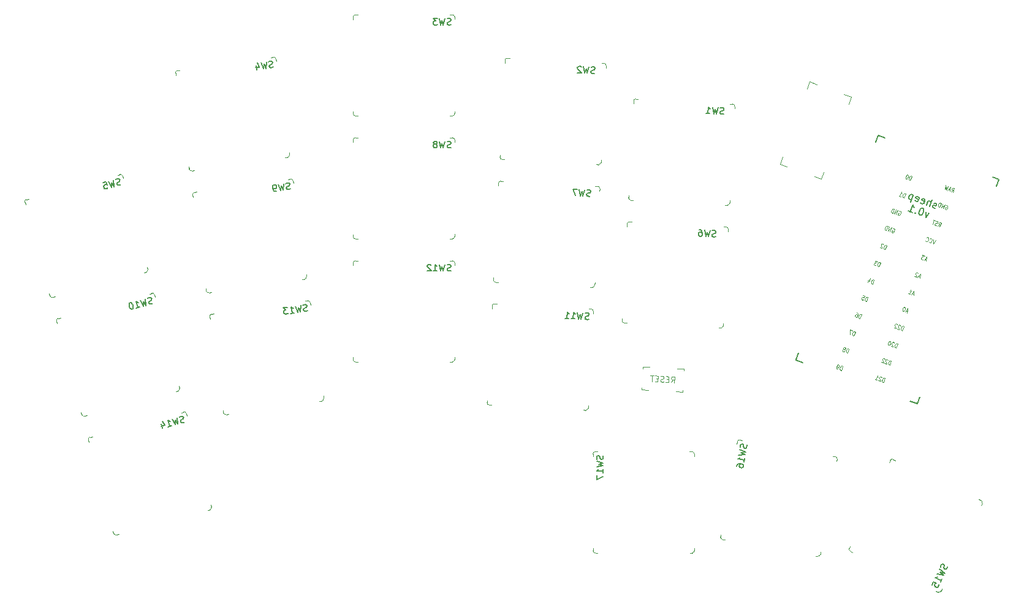
<source format=gbr>
%TF.GenerationSoftware,KiCad,Pcbnew,7.0.10*%
%TF.CreationDate,2024-03-11T00:33:33+01:00*%
%TF.ProjectId,test_reverse_controller,74657374-5f72-4657-9665-7273655f636f,rev?*%
%TF.SameCoordinates,Original*%
%TF.FileFunction,Legend,Bot*%
%TF.FilePolarity,Positive*%
%FSLAX46Y46*%
G04 Gerber Fmt 4.6, Leading zero omitted, Abs format (unit mm)*
G04 Created by KiCad (PCBNEW 7.0.10) date 2024-03-11 00:33:33*
%MOMM*%
%LPD*%
G01*
G04 APERTURE LIST*
%ADD10C,0.150000*%
%ADD11C,0.160000*%
%ADD12C,0.100000*%
%ADD13C,0.120000*%
G04 APERTURE END LIST*
D10*
X173418475Y-83820914D02*
X173312693Y-83833088D01*
X173312693Y-83833088D02*
X173133704Y-83767941D01*
X173133704Y-83767941D02*
X173060496Y-83690621D01*
X173060496Y-83690621D02*
X173048323Y-83584840D01*
X173048323Y-83584840D02*
X173064609Y-83540092D01*
X173064609Y-83540092D02*
X173141930Y-83466884D01*
X173141930Y-83466884D02*
X173247711Y-83454711D01*
X173247711Y-83454711D02*
X173381953Y-83503571D01*
X173381953Y-83503571D02*
X173487734Y-83491397D01*
X173487734Y-83491397D02*
X173565055Y-83418189D01*
X173565055Y-83418189D02*
X173581341Y-83373442D01*
X173581341Y-83373442D02*
X173569167Y-83267660D01*
X173569167Y-83267660D02*
X173495960Y-83190340D01*
X173495960Y-83190340D02*
X173361718Y-83141480D01*
X173361718Y-83141480D02*
X173255937Y-83153654D01*
X172596737Y-83572501D02*
X172938757Y-82632809D01*
X172194012Y-83425921D02*
X172373165Y-82933701D01*
X172373165Y-82933701D02*
X172450486Y-82860493D01*
X172450486Y-82860493D02*
X172556267Y-82848320D01*
X172556267Y-82848320D02*
X172690509Y-82897180D01*
X172690509Y-82897180D02*
X172763716Y-82974500D01*
X172763716Y-82974500D02*
X172792177Y-83035534D01*
X171404847Y-83088014D02*
X171478055Y-83165334D01*
X171478055Y-83165334D02*
X171657044Y-83230481D01*
X171657044Y-83230481D02*
X171762825Y-83218307D01*
X171762825Y-83218307D02*
X171840146Y-83145099D01*
X171840146Y-83145099D02*
X171970439Y-82787121D01*
X171970439Y-82787121D02*
X171958266Y-82681340D01*
X171958266Y-82681340D02*
X171885058Y-82604019D01*
X171885058Y-82604019D02*
X171706069Y-82538873D01*
X171706069Y-82538873D02*
X171600287Y-82551047D01*
X171600287Y-82551047D02*
X171522967Y-82624254D01*
X171522967Y-82624254D02*
X171490393Y-82713749D01*
X171490393Y-82713749D02*
X171905293Y-82966110D01*
X170599396Y-82794854D02*
X170672604Y-82872174D01*
X170672604Y-82872174D02*
X170851593Y-82937321D01*
X170851593Y-82937321D02*
X170957374Y-82925147D01*
X170957374Y-82925147D02*
X171034695Y-82851939D01*
X171034695Y-82851939D02*
X171164988Y-82493961D01*
X171164988Y-82493961D02*
X171152815Y-82388180D01*
X171152815Y-82388180D02*
X171079607Y-82310859D01*
X171079607Y-82310859D02*
X170900618Y-82245713D01*
X170900618Y-82245713D02*
X170794836Y-82257886D01*
X170794836Y-82257886D02*
X170717516Y-82331094D01*
X170717516Y-82331094D02*
X170684942Y-82420589D01*
X170684942Y-82420589D02*
X171099842Y-82672950D01*
X170363650Y-82050272D02*
X170021630Y-82989965D01*
X170347364Y-82095020D02*
X170274156Y-82017699D01*
X170274156Y-82017699D02*
X170095167Y-81952552D01*
X170095167Y-81952552D02*
X169989385Y-81964726D01*
X169989385Y-81964726D02*
X169928352Y-81993187D01*
X169928352Y-81993187D02*
X169851031Y-82066395D01*
X169851031Y-82066395D02*
X169753311Y-82334878D01*
X169753311Y-82334878D02*
X169765485Y-82440660D01*
X169765485Y-82440660D02*
X169793945Y-82501693D01*
X169793945Y-82501693D02*
X169867153Y-82579014D01*
X169867153Y-82579014D02*
X170046142Y-82644161D01*
X170046142Y-82644161D02*
X170151924Y-82631987D01*
X172564955Y-84564808D02*
X172113205Y-85109836D01*
X172113205Y-85109836D02*
X172117482Y-84401941D01*
X171694522Y-83893270D02*
X171605027Y-83860697D01*
X171605027Y-83860697D02*
X171499246Y-83872870D01*
X171499246Y-83872870D02*
X171438212Y-83901331D01*
X171438212Y-83901331D02*
X171360891Y-83974539D01*
X171360891Y-83974539D02*
X171250997Y-84137241D01*
X171250997Y-84137241D02*
X171169564Y-84360978D01*
X171169564Y-84360978D02*
X171149164Y-84556253D01*
X171149164Y-84556253D02*
X171161338Y-84662035D01*
X171161338Y-84662035D02*
X171189799Y-84723069D01*
X171189799Y-84723069D02*
X171263007Y-84800389D01*
X171263007Y-84800389D02*
X171352501Y-84832963D01*
X171352501Y-84832963D02*
X171458283Y-84820789D01*
X171458283Y-84820789D02*
X171519317Y-84792328D01*
X171519317Y-84792328D02*
X171596637Y-84719120D01*
X171596637Y-84719120D02*
X171706531Y-84556418D01*
X171706531Y-84556418D02*
X171787964Y-84332681D01*
X171787964Y-84332681D02*
X171808364Y-84137406D01*
X171808364Y-84137406D02*
X171796190Y-84031624D01*
X171796190Y-84031624D02*
X171767729Y-83970591D01*
X171767729Y-83970591D02*
X171694522Y-83893270D01*
X170669118Y-84482881D02*
X170608084Y-84511342D01*
X170608084Y-84511342D02*
X170636545Y-84572376D01*
X170636545Y-84572376D02*
X170697579Y-84543915D01*
X170697579Y-84543915D02*
X170669118Y-84482881D01*
X170669118Y-84482881D02*
X170636545Y-84572376D01*
X169696853Y-84230356D02*
X170233820Y-84425796D01*
X169965336Y-84328076D02*
X170307357Y-83388383D01*
X170307357Y-83388383D02*
X170347991Y-83555198D01*
X170347991Y-83555198D02*
X170404912Y-83677266D01*
X170404912Y-83677266D02*
X170478120Y-83754587D01*
D11*
X106473308Y-92465180D02*
X106344737Y-92508037D01*
X106344737Y-92508037D02*
X106130451Y-92508037D01*
X106130451Y-92508037D02*
X106044737Y-92465180D01*
X106044737Y-92465180D02*
X106001879Y-92422322D01*
X106001879Y-92422322D02*
X105959022Y-92336608D01*
X105959022Y-92336608D02*
X105959022Y-92250894D01*
X105959022Y-92250894D02*
X106001879Y-92165180D01*
X106001879Y-92165180D02*
X106044737Y-92122322D01*
X106044737Y-92122322D02*
X106130451Y-92079465D01*
X106130451Y-92079465D02*
X106301879Y-92036608D01*
X106301879Y-92036608D02*
X106387594Y-91993751D01*
X106387594Y-91993751D02*
X106430451Y-91950894D01*
X106430451Y-91950894D02*
X106473308Y-91865180D01*
X106473308Y-91865180D02*
X106473308Y-91779465D01*
X106473308Y-91779465D02*
X106430451Y-91693751D01*
X106430451Y-91693751D02*
X106387594Y-91650894D01*
X106387594Y-91650894D02*
X106301879Y-91608037D01*
X106301879Y-91608037D02*
X106087594Y-91608037D01*
X106087594Y-91608037D02*
X105959022Y-91650894D01*
X105659022Y-91608037D02*
X105444736Y-92508037D01*
X105444736Y-92508037D02*
X105273308Y-91865180D01*
X105273308Y-91865180D02*
X105101879Y-92508037D01*
X105101879Y-92508037D02*
X104887594Y-91608037D01*
X104073308Y-92508037D02*
X104587594Y-92508037D01*
X104330451Y-92508037D02*
X104330451Y-91608037D01*
X104330451Y-91608037D02*
X104416165Y-91736608D01*
X104416165Y-91736608D02*
X104501880Y-91822322D01*
X104501880Y-91822322D02*
X104587594Y-91865180D01*
X103730451Y-91693751D02*
X103687594Y-91650894D01*
X103687594Y-91650894D02*
X103601880Y-91608037D01*
X103601880Y-91608037D02*
X103387594Y-91608037D01*
X103387594Y-91608037D02*
X103301880Y-91650894D01*
X103301880Y-91650894D02*
X103259022Y-91693751D01*
X103259022Y-91693751D02*
X103216165Y-91779465D01*
X103216165Y-91779465D02*
X103216165Y-91865180D01*
X103216165Y-91865180D02*
X103259022Y-91993751D01*
X103259022Y-91993751D02*
X103773308Y-92508037D01*
X103773308Y-92508037D02*
X103216165Y-92508037D01*
D12*
X161277536Y-103873333D02*
X161482748Y-103309517D01*
X161482748Y-103309517D02*
X161370880Y-103268800D01*
X161370880Y-103268800D02*
X161293987Y-103271219D01*
X161293987Y-103271219D02*
X161229696Y-103308629D01*
X161229696Y-103308629D02*
X161187778Y-103354182D01*
X161187778Y-103354182D02*
X161126317Y-103453432D01*
X161126317Y-103453432D02*
X161097001Y-103533977D01*
X161097001Y-103533977D02*
X161080286Y-103649514D01*
X161080286Y-103649514D02*
X161083116Y-103711354D01*
X161083116Y-103711354D02*
X161108319Y-103781338D01*
X161108319Y-103781338D02*
X161165668Y-103832616D01*
X161165668Y-103832616D02*
X161277536Y-103873333D01*
X160857833Y-103355712D02*
X160912352Y-103345150D01*
X160912352Y-103345150D02*
X160944498Y-103326445D01*
X160944498Y-103326445D02*
X160986415Y-103280892D01*
X160986415Y-103280892D02*
X160996187Y-103254044D01*
X160996187Y-103254044D02*
X160993358Y-103192204D01*
X160993358Y-103192204D02*
X160980756Y-103157212D01*
X160980756Y-103157212D02*
X160945781Y-103114077D01*
X160945781Y-103114077D02*
X160856286Y-103081504D01*
X160856286Y-103081504D02*
X160801767Y-103092065D01*
X160801767Y-103092065D02*
X160769622Y-103110770D01*
X160769622Y-103110770D02*
X160727704Y-103156324D01*
X160727704Y-103156324D02*
X160717932Y-103183172D01*
X160717932Y-103183172D02*
X160720761Y-103245012D01*
X160720761Y-103245012D02*
X160733363Y-103280004D01*
X160733363Y-103280004D02*
X160768338Y-103323139D01*
X160768338Y-103323139D02*
X160857833Y-103355712D01*
X160857833Y-103355712D02*
X160892808Y-103398847D01*
X160892808Y-103398847D02*
X160905410Y-103433839D01*
X160905410Y-103433839D02*
X160908239Y-103495679D01*
X160908239Y-103495679D02*
X160869151Y-103603072D01*
X160869151Y-103603072D02*
X160827234Y-103648626D01*
X160827234Y-103648626D02*
X160795088Y-103667331D01*
X160795088Y-103667331D02*
X160740569Y-103677892D01*
X160740569Y-103677892D02*
X160651074Y-103645319D01*
X160651074Y-103645319D02*
X160616099Y-103602184D01*
X160616099Y-103602184D02*
X160603497Y-103567192D01*
X160603497Y-103567192D02*
X160600668Y-103505352D01*
X160600668Y-103505352D02*
X160639756Y-103397959D01*
X160639756Y-103397959D02*
X160681673Y-103352406D01*
X160681673Y-103352406D02*
X160713819Y-103333700D01*
X160713819Y-103333700D02*
X160768338Y-103323139D01*
X171287111Y-93353986D02*
X171063374Y-93272553D01*
X171273226Y-93531363D02*
X171321823Y-92910544D01*
X171321823Y-92910544D02*
X170959995Y-93417357D01*
X171011422Y-92858378D02*
X170998820Y-92823386D01*
X170998820Y-92823386D02*
X170963845Y-92780251D01*
X170963845Y-92780251D02*
X170851977Y-92739534D01*
X170851977Y-92739534D02*
X170797457Y-92750096D01*
X170797457Y-92750096D02*
X170765312Y-92768801D01*
X170765312Y-92768801D02*
X170723394Y-92814355D01*
X170723394Y-92814355D02*
X170703850Y-92868051D01*
X170703850Y-92868051D02*
X170696908Y-92956740D01*
X170696908Y-92956740D02*
X170848127Y-93376640D01*
X170848127Y-93376640D02*
X170557270Y-93270777D01*
X163014998Y-99099695D02*
X163220210Y-98535879D01*
X163220210Y-98535879D02*
X163108342Y-98495162D01*
X163108342Y-98495162D02*
X163031449Y-98497581D01*
X163031449Y-98497581D02*
X162967158Y-98534991D01*
X162967158Y-98534991D02*
X162925240Y-98580544D01*
X162925240Y-98580544D02*
X162863779Y-98679794D01*
X162863779Y-98679794D02*
X162834463Y-98760339D01*
X162834463Y-98760339D02*
X162817748Y-98875876D01*
X162817748Y-98875876D02*
X162820578Y-98937716D01*
X162820578Y-98937716D02*
X162845781Y-99007700D01*
X162845781Y-99007700D02*
X162903130Y-99058978D01*
X162903130Y-99058978D02*
X163014998Y-99099695D01*
X162549001Y-98291579D02*
X162638496Y-98324152D01*
X162638496Y-98324152D02*
X162673471Y-98367287D01*
X162673471Y-98367287D02*
X162686073Y-98402279D01*
X162686073Y-98402279D02*
X162701504Y-98499111D01*
X162701504Y-98499111D02*
X162684789Y-98614647D01*
X162684789Y-98614647D02*
X162606613Y-98829434D01*
X162606613Y-98829434D02*
X162564696Y-98874988D01*
X162564696Y-98874988D02*
X162532550Y-98893693D01*
X162532550Y-98893693D02*
X162478031Y-98904254D01*
X162478031Y-98904254D02*
X162388536Y-98871681D01*
X162388536Y-98871681D02*
X162353561Y-98828546D01*
X162353561Y-98828546D02*
X162340959Y-98793554D01*
X162340959Y-98793554D02*
X162338130Y-98731714D01*
X162338130Y-98731714D02*
X162386990Y-98597473D01*
X162386990Y-98597473D02*
X162428907Y-98551919D01*
X162428907Y-98551919D02*
X162461053Y-98533214D01*
X162461053Y-98533214D02*
X162515572Y-98522652D01*
X162515572Y-98522652D02*
X162605067Y-98555226D01*
X162605067Y-98555226D02*
X162640042Y-98598361D01*
X162640042Y-98598361D02*
X162652644Y-98633353D01*
X162652644Y-98633353D02*
X162655473Y-98695193D01*
X174922243Y-83436157D02*
X174976763Y-83425595D01*
X174976763Y-83425595D02*
X175043884Y-83450026D01*
X175043884Y-83450026D02*
X175101233Y-83501304D01*
X175101233Y-83501304D02*
X175126436Y-83571287D01*
X175126436Y-83571287D02*
X175129265Y-83633127D01*
X175129265Y-83633127D02*
X175112551Y-83748664D01*
X175112551Y-83748664D02*
X175083235Y-83829209D01*
X175083235Y-83829209D02*
X175021773Y-83928459D01*
X175021773Y-83928459D02*
X174979856Y-83974013D01*
X174979856Y-83974013D02*
X174915564Y-84011423D01*
X174915564Y-84011423D02*
X174838672Y-84013841D01*
X174838672Y-84013841D02*
X174793924Y-83997554D01*
X174793924Y-83997554D02*
X174736575Y-83946276D01*
X174736575Y-83946276D02*
X174723974Y-83911284D01*
X174723974Y-83911284D02*
X174792378Y-83723346D01*
X174792378Y-83723346D02*
X174881872Y-83755919D01*
X174503067Y-83891691D02*
X174708279Y-83327875D01*
X174708279Y-83327875D02*
X174234583Y-83793971D01*
X174234583Y-83793971D02*
X174439795Y-83230155D01*
X174010847Y-83712537D02*
X174216059Y-83148722D01*
X174216059Y-83148722D02*
X174104191Y-83108005D01*
X174104191Y-83108005D02*
X174027298Y-83110424D01*
X174027298Y-83110424D02*
X173963006Y-83147834D01*
X173963006Y-83147834D02*
X173921089Y-83193387D01*
X173921089Y-83193387D02*
X173859627Y-83292637D01*
X173859627Y-83292637D02*
X173830311Y-83373182D01*
X173830311Y-83373182D02*
X173813597Y-83488719D01*
X173813597Y-83488719D02*
X173816426Y-83550559D01*
X173816426Y-83550559D02*
X173841630Y-83620542D01*
X173841630Y-83620542D02*
X173898978Y-83671821D01*
X173898978Y-83671821D02*
X174010847Y-83712537D01*
X173463036Y-88280667D02*
X173101209Y-88787479D01*
X173101209Y-88787479D02*
X173149805Y-88166660D01*
X172539039Y-88522055D02*
X172551640Y-88557047D01*
X172551640Y-88557047D02*
X172608989Y-88608325D01*
X172608989Y-88608325D02*
X172653736Y-88624612D01*
X172653736Y-88624612D02*
X172730629Y-88622194D01*
X172730629Y-88622194D02*
X172794921Y-88584784D01*
X172794921Y-88584784D02*
X172836838Y-88539230D01*
X172836838Y-88539230D02*
X172898300Y-88439980D01*
X172898300Y-88439980D02*
X172927616Y-88359435D01*
X172927616Y-88359435D02*
X172944330Y-88243898D01*
X172944330Y-88243898D02*
X172941501Y-88182058D01*
X172941501Y-88182058D02*
X172916297Y-88112075D01*
X172916297Y-88112075D02*
X172858948Y-88060797D01*
X172858948Y-88060797D02*
X172814201Y-88044510D01*
X172814201Y-88044510D02*
X172737308Y-88046928D01*
X172737308Y-88046928D02*
X172705163Y-88065633D01*
X172069192Y-88351045D02*
X172081794Y-88386037D01*
X172081794Y-88386037D02*
X172139143Y-88437315D01*
X172139143Y-88437315D02*
X172183890Y-88453602D01*
X172183890Y-88453602D02*
X172260783Y-88451184D01*
X172260783Y-88451184D02*
X172325074Y-88413774D01*
X172325074Y-88413774D02*
X172366992Y-88368220D01*
X172366992Y-88368220D02*
X172428454Y-88268970D01*
X172428454Y-88268970D02*
X172457770Y-88188425D01*
X172457770Y-88188425D02*
X172474484Y-88072888D01*
X172474484Y-88072888D02*
X172471654Y-88011048D01*
X172471654Y-88011048D02*
X172446451Y-87941065D01*
X172446451Y-87941065D02*
X172389102Y-87889787D01*
X172389102Y-87889787D02*
X172344355Y-87873500D01*
X172344355Y-87873500D02*
X172267462Y-87875918D01*
X172267462Y-87875918D02*
X172235316Y-87894623D01*
X160408805Y-106260153D02*
X160614017Y-105696337D01*
X160614017Y-105696337D02*
X160502149Y-105655620D01*
X160502149Y-105655620D02*
X160425256Y-105658039D01*
X160425256Y-105658039D02*
X160360965Y-105695449D01*
X160360965Y-105695449D02*
X160319047Y-105741002D01*
X160319047Y-105741002D02*
X160257586Y-105840252D01*
X160257586Y-105840252D02*
X160228270Y-105920797D01*
X160228270Y-105920797D02*
X160211555Y-106036334D01*
X160211555Y-106036334D02*
X160214385Y-106098174D01*
X160214385Y-106098174D02*
X160239588Y-106168158D01*
X160239588Y-106168158D02*
X160296937Y-106219436D01*
X160296937Y-106219436D02*
X160408805Y-106260153D01*
X159916585Y-106080999D02*
X159827091Y-106048426D01*
X159827091Y-106048426D02*
X159792115Y-106005291D01*
X159792115Y-106005291D02*
X159779514Y-105970299D01*
X159779514Y-105970299D02*
X159764082Y-105873467D01*
X159764082Y-105873467D02*
X159780797Y-105757931D01*
X159780797Y-105757931D02*
X159858973Y-105543144D01*
X159858973Y-105543144D02*
X159900891Y-105497590D01*
X159900891Y-105497590D02*
X159933036Y-105478885D01*
X159933036Y-105478885D02*
X159987555Y-105468324D01*
X159987555Y-105468324D02*
X160077050Y-105500897D01*
X160077050Y-105500897D02*
X160112025Y-105544032D01*
X160112025Y-105544032D02*
X160124627Y-105579024D01*
X160124627Y-105579024D02*
X160127456Y-105640864D01*
X160127456Y-105640864D02*
X160078596Y-105775105D01*
X160078596Y-105775105D02*
X160036679Y-105820659D01*
X160036679Y-105820659D02*
X160004533Y-105839364D01*
X160004533Y-105839364D02*
X159950014Y-105849926D01*
X159950014Y-105849926D02*
X159860519Y-105817352D01*
X159860519Y-105817352D02*
X159825544Y-105774217D01*
X159825544Y-105774217D02*
X159812942Y-105739226D01*
X159812942Y-105739226D02*
X159810113Y-105677385D01*
X165620166Y-91942056D02*
X165825378Y-91378240D01*
X165825378Y-91378240D02*
X165713510Y-91337523D01*
X165713510Y-91337523D02*
X165636617Y-91339942D01*
X165636617Y-91339942D02*
X165572326Y-91377352D01*
X165572326Y-91377352D02*
X165530408Y-91422905D01*
X165530408Y-91422905D02*
X165468947Y-91522155D01*
X165468947Y-91522155D02*
X165439631Y-91602700D01*
X165439631Y-91602700D02*
X165422916Y-91718237D01*
X165422916Y-91718237D02*
X165425746Y-91780077D01*
X165425746Y-91780077D02*
X165450949Y-91850061D01*
X165450949Y-91850061D02*
X165508298Y-91901339D01*
X165508298Y-91901339D02*
X165620166Y-91942056D01*
X165400279Y-91223517D02*
X165109422Y-91117653D01*
X165109422Y-91117653D02*
X165187861Y-91389443D01*
X165187861Y-91389443D02*
X165120740Y-91365013D01*
X165120740Y-91365013D02*
X165066221Y-91375575D01*
X165066221Y-91375575D02*
X165034075Y-91394280D01*
X165034075Y-91394280D02*
X164992158Y-91439834D01*
X164992158Y-91439834D02*
X164943298Y-91574075D01*
X164943298Y-91574075D02*
X164946127Y-91635915D01*
X164946127Y-91635915D02*
X164958729Y-91670907D01*
X164958729Y-91670907D02*
X164993704Y-91714042D01*
X164993704Y-91714042D02*
X165127946Y-91762902D01*
X165127946Y-91762902D02*
X165182465Y-91752340D01*
X165182465Y-91752340D02*
X165214611Y-91733635D01*
X167120772Y-105531859D02*
X167325984Y-104968043D01*
X167325984Y-104968043D02*
X167214116Y-104927327D01*
X167214116Y-104927327D02*
X167137223Y-104929745D01*
X167137223Y-104929745D02*
X167072932Y-104967155D01*
X167072932Y-104967155D02*
X167031014Y-105012708D01*
X167031014Y-105012708D02*
X166969553Y-105111958D01*
X166969553Y-105111958D02*
X166940237Y-105192504D01*
X166940237Y-105192504D02*
X166923522Y-105308040D01*
X166923522Y-105308040D02*
X166926352Y-105369880D01*
X166926352Y-105369880D02*
X166951555Y-105439864D01*
X166951555Y-105439864D02*
X167008904Y-105491142D01*
X167008904Y-105491142D02*
X167120772Y-105531859D01*
X166858968Y-104858873D02*
X166846366Y-104823882D01*
X166846366Y-104823882D02*
X166811391Y-104780747D01*
X166811391Y-104780747D02*
X166699523Y-104740030D01*
X166699523Y-104740030D02*
X166645003Y-104750592D01*
X166645003Y-104750592D02*
X166612858Y-104769297D01*
X166612858Y-104769297D02*
X166570940Y-104814850D01*
X166570940Y-104814850D02*
X166551396Y-104868547D01*
X166551396Y-104868547D02*
X166544454Y-104957235D01*
X166544454Y-104957235D02*
X166695673Y-105377135D01*
X166695673Y-105377135D02*
X166404816Y-105271272D01*
X166411495Y-104696007D02*
X166398894Y-104661015D01*
X166398894Y-104661015D02*
X166363918Y-104617880D01*
X166363918Y-104617880D02*
X166252050Y-104577163D01*
X166252050Y-104577163D02*
X166197531Y-104587725D01*
X166197531Y-104587725D02*
X166165385Y-104606430D01*
X166165385Y-104606430D02*
X166123468Y-104651983D01*
X166123468Y-104651983D02*
X166103924Y-104705680D01*
X166103924Y-104705680D02*
X166096981Y-104794369D01*
X166096981Y-104794369D02*
X166248201Y-105214269D01*
X166248201Y-105214269D02*
X165957344Y-105108405D01*
X175561975Y-81574089D02*
X175816310Y-81362609D01*
X175830458Y-81671809D02*
X176035670Y-81107994D01*
X176035670Y-81107994D02*
X175856681Y-81042847D01*
X175856681Y-81042847D02*
X175802162Y-81053409D01*
X175802162Y-81053409D02*
X175770016Y-81072114D01*
X175770016Y-81072114D02*
X175728099Y-81117667D01*
X175728099Y-81117667D02*
X175698783Y-81198212D01*
X175698783Y-81198212D02*
X175701612Y-81260052D01*
X175701612Y-81260052D02*
X175714214Y-81295044D01*
X175714214Y-81295044D02*
X175749189Y-81338179D01*
X175749189Y-81338179D02*
X175928178Y-81403326D01*
X175441618Y-81347852D02*
X175217881Y-81266419D01*
X175427733Y-81525229D02*
X175476330Y-80904410D01*
X175476330Y-80904410D02*
X175114502Y-81411223D01*
X175207846Y-80806690D02*
X174890766Y-81329789D01*
X174890766Y-81329789D02*
X174947852Y-80894491D01*
X174947852Y-80894491D02*
X174711777Y-81264643D01*
X174711777Y-81264643D02*
X174805121Y-80660110D01*
X167989503Y-103145040D02*
X168194715Y-102581224D01*
X168194715Y-102581224D02*
X168082847Y-102540508D01*
X168082847Y-102540508D02*
X168005954Y-102542926D01*
X168005954Y-102542926D02*
X167941663Y-102580336D01*
X167941663Y-102580336D02*
X167899745Y-102625889D01*
X167899745Y-102625889D02*
X167838284Y-102725139D01*
X167838284Y-102725139D02*
X167808968Y-102805685D01*
X167808968Y-102805685D02*
X167792253Y-102921221D01*
X167792253Y-102921221D02*
X167795083Y-102983061D01*
X167795083Y-102983061D02*
X167820286Y-103053045D01*
X167820286Y-103053045D02*
X167877635Y-103104323D01*
X167877635Y-103104323D02*
X167989503Y-103145040D01*
X167727699Y-102472054D02*
X167715097Y-102437063D01*
X167715097Y-102437063D02*
X167680122Y-102393928D01*
X167680122Y-102393928D02*
X167568254Y-102353211D01*
X167568254Y-102353211D02*
X167513734Y-102363773D01*
X167513734Y-102363773D02*
X167481589Y-102382478D01*
X167481589Y-102382478D02*
X167439671Y-102428031D01*
X167439671Y-102428031D02*
X167420127Y-102481728D01*
X167420127Y-102481728D02*
X167413185Y-102570416D01*
X167413185Y-102570416D02*
X167564404Y-102990316D01*
X167564404Y-102990316D02*
X167273547Y-102884453D01*
X167187902Y-102214774D02*
X167143155Y-102198488D01*
X167143155Y-102198488D02*
X167088636Y-102209049D01*
X167088636Y-102209049D02*
X167056490Y-102227754D01*
X167056490Y-102227754D02*
X167014572Y-102273308D01*
X167014572Y-102273308D02*
X166953111Y-102372558D01*
X166953111Y-102372558D02*
X166904251Y-102506800D01*
X166904251Y-102506800D02*
X166887536Y-102622336D01*
X166887536Y-102622336D02*
X166890366Y-102684176D01*
X166890366Y-102684176D02*
X166902968Y-102719168D01*
X166902968Y-102719168D02*
X166937943Y-102762303D01*
X166937943Y-102762303D02*
X166982690Y-102778590D01*
X166982690Y-102778590D02*
X167037209Y-102768028D01*
X167037209Y-102768028D02*
X167069355Y-102749323D01*
X167069355Y-102749323D02*
X167111273Y-102703770D01*
X167111273Y-102703770D02*
X167172734Y-102604520D01*
X167172734Y-102604520D02*
X167221594Y-102470278D01*
X167221594Y-102470278D02*
X167238309Y-102354741D01*
X167238309Y-102354741D02*
X167235479Y-102292901D01*
X167235479Y-102292901D02*
X167222877Y-102257909D01*
X167222877Y-102257909D02*
X167187902Y-102214774D01*
X170419406Y-95737986D02*
X170195669Y-95656553D01*
X170405521Y-95915363D02*
X170454118Y-95294544D01*
X170454118Y-95294544D02*
X170092290Y-95801357D01*
X169689565Y-95654777D02*
X169958049Y-95752497D01*
X169823807Y-95703637D02*
X170029019Y-95139821D01*
X170029019Y-95139821D02*
X170044450Y-95236653D01*
X170044450Y-95236653D02*
X170069653Y-95306636D01*
X170069653Y-95306636D02*
X170104629Y-95349771D01*
X169550674Y-98124805D02*
X169326937Y-98043372D01*
X169536789Y-98302182D02*
X169585386Y-97681363D01*
X169585386Y-97681363D02*
X169223558Y-98188176D01*
X169182661Y-97534783D02*
X169137913Y-97518497D01*
X169137913Y-97518497D02*
X169083394Y-97529058D01*
X169083394Y-97529058D02*
X169051248Y-97547764D01*
X169051248Y-97547764D02*
X169009331Y-97593317D01*
X169009331Y-97593317D02*
X168947869Y-97692567D01*
X168947869Y-97692567D02*
X168899009Y-97826809D01*
X168899009Y-97826809D02*
X168882295Y-97942346D01*
X168882295Y-97942346D02*
X168885124Y-98004186D01*
X168885124Y-98004186D02*
X168897726Y-98039177D01*
X168897726Y-98039177D02*
X168932701Y-98082312D01*
X168932701Y-98082312D02*
X168977448Y-98098599D01*
X168977448Y-98098599D02*
X169031968Y-98088037D01*
X169031968Y-98088037D02*
X169064113Y-98069332D01*
X169064113Y-98069332D02*
X169106031Y-98023779D01*
X169106031Y-98023779D02*
X169167493Y-97924529D01*
X169167493Y-97924529D02*
X169216353Y-97790287D01*
X169216353Y-97790287D02*
X169233067Y-97674750D01*
X169233067Y-97674750D02*
X169230237Y-97612910D01*
X169230237Y-97612910D02*
X169217636Y-97577919D01*
X169217636Y-97577919D02*
X169182661Y-97534783D01*
X173757390Y-86323298D02*
X174011726Y-86111818D01*
X174025874Y-86421018D02*
X174231086Y-85857203D01*
X174231086Y-85857203D02*
X174052097Y-85792056D01*
X174052097Y-85792056D02*
X173997578Y-85802618D01*
X173997578Y-85802618D02*
X173965432Y-85821323D01*
X173965432Y-85821323D02*
X173923514Y-85866876D01*
X173923514Y-85866876D02*
X173894198Y-85947421D01*
X173894198Y-85947421D02*
X173897028Y-86009261D01*
X173897028Y-86009261D02*
X173909630Y-86044253D01*
X173909630Y-86044253D02*
X173944605Y-86087388D01*
X173944605Y-86087388D02*
X174123594Y-86152535D01*
X173588173Y-86231303D02*
X173511280Y-86233721D01*
X173511280Y-86233721D02*
X173399412Y-86193005D01*
X173399412Y-86193005D02*
X173364437Y-86149870D01*
X173364437Y-86149870D02*
X173351835Y-86114878D01*
X173351835Y-86114878D02*
X173349006Y-86053038D01*
X173349006Y-86053038D02*
X173368550Y-85999341D01*
X173368550Y-85999341D02*
X173410467Y-85953788D01*
X173410467Y-85953788D02*
X173442613Y-85935083D01*
X173442613Y-85935083D02*
X173497132Y-85924521D01*
X173497132Y-85924521D02*
X173596399Y-85930246D01*
X173596399Y-85930246D02*
X173650918Y-85919684D01*
X173650918Y-85919684D02*
X173683064Y-85900979D01*
X173683064Y-85900979D02*
X173724981Y-85855426D01*
X173724981Y-85855426D02*
X173744525Y-85801729D01*
X173744525Y-85801729D02*
X173741696Y-85739889D01*
X173741696Y-85739889D02*
X173729094Y-85704898D01*
X173729094Y-85704898D02*
X173694119Y-85661763D01*
X173694119Y-85661763D02*
X173582251Y-85621046D01*
X173582251Y-85621046D02*
X173505358Y-85623464D01*
X173380888Y-85547756D02*
X173112405Y-85450036D01*
X173041435Y-86062712D02*
X173246647Y-85498896D01*
X167565281Y-86632703D02*
X167619801Y-86622141D01*
X167619801Y-86622141D02*
X167686922Y-86646572D01*
X167686922Y-86646572D02*
X167744271Y-86697850D01*
X167744271Y-86697850D02*
X167769474Y-86767833D01*
X167769474Y-86767833D02*
X167772303Y-86829673D01*
X167772303Y-86829673D02*
X167755589Y-86945210D01*
X167755589Y-86945210D02*
X167726273Y-87025755D01*
X167726273Y-87025755D02*
X167664811Y-87125005D01*
X167664811Y-87125005D02*
X167622894Y-87170559D01*
X167622894Y-87170559D02*
X167558602Y-87207969D01*
X167558602Y-87207969D02*
X167481710Y-87210387D01*
X167481710Y-87210387D02*
X167436962Y-87194100D01*
X167436962Y-87194100D02*
X167379613Y-87142822D01*
X167379613Y-87142822D02*
X167367012Y-87107830D01*
X167367012Y-87107830D02*
X167435416Y-86919892D01*
X167435416Y-86919892D02*
X167524910Y-86952465D01*
X167146105Y-87088237D02*
X167351317Y-86524421D01*
X167351317Y-86524421D02*
X166877621Y-86990517D01*
X166877621Y-86990517D02*
X167082833Y-86426701D01*
X166653885Y-86909083D02*
X166859097Y-86345268D01*
X166859097Y-86345268D02*
X166747229Y-86304551D01*
X166747229Y-86304551D02*
X166670336Y-86306970D01*
X166670336Y-86306970D02*
X166606044Y-86344380D01*
X166606044Y-86344380D02*
X166564127Y-86389933D01*
X166564127Y-86389933D02*
X166502665Y-86489183D01*
X166502665Y-86489183D02*
X166473349Y-86569728D01*
X166473349Y-86569728D02*
X166456635Y-86685265D01*
X166456635Y-86685265D02*
X166459464Y-86747105D01*
X166459464Y-86747105D02*
X166484668Y-86817088D01*
X166484668Y-86817088D02*
X166542016Y-86868367D01*
X166542016Y-86868367D02*
X166653885Y-86909083D01*
X169096116Y-82391960D02*
X169301328Y-81828144D01*
X169301328Y-81828144D02*
X169189460Y-81787427D01*
X169189460Y-81787427D02*
X169112567Y-81789846D01*
X169112567Y-81789846D02*
X169048276Y-81827256D01*
X169048276Y-81827256D02*
X169006358Y-81872809D01*
X169006358Y-81872809D02*
X168944897Y-81972059D01*
X168944897Y-81972059D02*
X168915581Y-82052604D01*
X168915581Y-82052604D02*
X168898866Y-82168141D01*
X168898866Y-82168141D02*
X168901696Y-82229981D01*
X168901696Y-82229981D02*
X168926899Y-82299965D01*
X168926899Y-82299965D02*
X168984248Y-82351243D01*
X168984248Y-82351243D02*
X169096116Y-82391960D01*
X168380160Y-82131373D02*
X168648643Y-82229093D01*
X168514402Y-82180233D02*
X168719614Y-81616417D01*
X168719614Y-81616417D02*
X168735045Y-81713249D01*
X168735045Y-81713249D02*
X168760248Y-81783232D01*
X168760248Y-81783232D02*
X168795223Y-81826367D01*
X162146267Y-101486514D02*
X162351479Y-100922698D01*
X162351479Y-100922698D02*
X162239611Y-100881981D01*
X162239611Y-100881981D02*
X162162718Y-100884400D01*
X162162718Y-100884400D02*
X162098427Y-100921810D01*
X162098427Y-100921810D02*
X162056509Y-100967363D01*
X162056509Y-100967363D02*
X161995048Y-101066613D01*
X161995048Y-101066613D02*
X161965732Y-101147158D01*
X161965732Y-101147158D02*
X161949017Y-101262695D01*
X161949017Y-101262695D02*
X161951847Y-101324535D01*
X161951847Y-101324535D02*
X161977050Y-101394519D01*
X161977050Y-101394519D02*
X162034399Y-101445797D01*
X162034399Y-101445797D02*
X162146267Y-101486514D01*
X161926380Y-100767975D02*
X161613149Y-100653968D01*
X161613149Y-100653968D02*
X161609300Y-101291073D01*
X163883729Y-96712876D02*
X164088941Y-96149060D01*
X164088941Y-96149060D02*
X163977073Y-96108343D01*
X163977073Y-96108343D02*
X163900180Y-96110762D01*
X163900180Y-96110762D02*
X163835889Y-96148172D01*
X163835889Y-96148172D02*
X163793971Y-96193725D01*
X163793971Y-96193725D02*
X163732510Y-96292975D01*
X163732510Y-96292975D02*
X163703194Y-96373520D01*
X163703194Y-96373520D02*
X163686479Y-96489057D01*
X163686479Y-96489057D02*
X163689309Y-96550897D01*
X163689309Y-96550897D02*
X163714512Y-96620881D01*
X163714512Y-96620881D02*
X163771861Y-96672159D01*
X163771861Y-96672159D02*
X163883729Y-96712876D01*
X163395359Y-95896617D02*
X163619095Y-95978050D01*
X163619095Y-95978050D02*
X163543748Y-96254677D01*
X163543748Y-96254677D02*
X163531147Y-96219685D01*
X163531147Y-96219685D02*
X163496172Y-96176550D01*
X163496172Y-96176550D02*
X163384303Y-96135833D01*
X163384303Y-96135833D02*
X163329784Y-96146395D01*
X163329784Y-96146395D02*
X163297638Y-96165100D01*
X163297638Y-96165100D02*
X163255721Y-96210654D01*
X163255721Y-96210654D02*
X163206861Y-96344895D01*
X163206861Y-96344895D02*
X163209690Y-96406735D01*
X163209690Y-96406735D02*
X163222292Y-96441727D01*
X163222292Y-96441727D02*
X163257267Y-96484862D01*
X163257267Y-96484862D02*
X163369136Y-96525579D01*
X163369136Y-96525579D02*
X163423655Y-96515017D01*
X163423655Y-96515017D02*
X163455800Y-96496312D01*
X168434012Y-84245883D02*
X168488532Y-84235321D01*
X168488532Y-84235321D02*
X168555653Y-84259752D01*
X168555653Y-84259752D02*
X168613002Y-84311030D01*
X168613002Y-84311030D02*
X168638205Y-84381013D01*
X168638205Y-84381013D02*
X168641034Y-84442853D01*
X168641034Y-84442853D02*
X168624320Y-84558390D01*
X168624320Y-84558390D02*
X168595004Y-84638935D01*
X168595004Y-84638935D02*
X168533542Y-84738185D01*
X168533542Y-84738185D02*
X168491625Y-84783739D01*
X168491625Y-84783739D02*
X168427333Y-84821149D01*
X168427333Y-84821149D02*
X168350441Y-84823567D01*
X168350441Y-84823567D02*
X168305693Y-84807280D01*
X168305693Y-84807280D02*
X168248344Y-84756002D01*
X168248344Y-84756002D02*
X168235743Y-84721010D01*
X168235743Y-84721010D02*
X168304147Y-84533072D01*
X168304147Y-84533072D02*
X168393641Y-84565645D01*
X168014836Y-84701417D02*
X168220048Y-84137601D01*
X168220048Y-84137601D02*
X167746352Y-84603697D01*
X167746352Y-84603697D02*
X167951564Y-84039881D01*
X167522616Y-84522263D02*
X167727828Y-83958448D01*
X167727828Y-83958448D02*
X167615960Y-83917731D01*
X167615960Y-83917731D02*
X167539067Y-83920150D01*
X167539067Y-83920150D02*
X167474775Y-83957560D01*
X167474775Y-83957560D02*
X167432858Y-84003113D01*
X167432858Y-84003113D02*
X167371396Y-84102363D01*
X167371396Y-84102363D02*
X167342080Y-84182908D01*
X167342080Y-84182908D02*
X167325366Y-84298445D01*
X167325366Y-84298445D02*
X167328195Y-84360285D01*
X167328195Y-84360285D02*
X167353399Y-84430268D01*
X167353399Y-84430268D02*
X167410747Y-84481547D01*
X167410747Y-84481547D02*
X167522616Y-84522263D01*
X166252041Y-107918678D02*
X166457253Y-107354862D01*
X166457253Y-107354862D02*
X166345385Y-107314146D01*
X166345385Y-107314146D02*
X166268492Y-107316564D01*
X166268492Y-107316564D02*
X166204201Y-107353974D01*
X166204201Y-107353974D02*
X166162283Y-107399527D01*
X166162283Y-107399527D02*
X166100822Y-107498777D01*
X166100822Y-107498777D02*
X166071506Y-107579323D01*
X166071506Y-107579323D02*
X166054791Y-107694859D01*
X166054791Y-107694859D02*
X166057621Y-107756699D01*
X166057621Y-107756699D02*
X166082824Y-107826683D01*
X166082824Y-107826683D02*
X166140173Y-107877961D01*
X166140173Y-107877961D02*
X166252041Y-107918678D01*
X165990237Y-107245692D02*
X165977635Y-107210701D01*
X165977635Y-107210701D02*
X165942660Y-107167566D01*
X165942660Y-107167566D02*
X165830792Y-107126849D01*
X165830792Y-107126849D02*
X165776272Y-107137411D01*
X165776272Y-107137411D02*
X165744127Y-107156116D01*
X165744127Y-107156116D02*
X165702209Y-107201669D01*
X165702209Y-107201669D02*
X165682665Y-107255366D01*
X165682665Y-107255366D02*
X165675723Y-107344054D01*
X165675723Y-107344054D02*
X165826942Y-107763954D01*
X165826942Y-107763954D02*
X165536085Y-107658091D01*
X165088613Y-107495224D02*
X165357096Y-107592945D01*
X165222854Y-107544085D02*
X165428067Y-106980269D01*
X165428067Y-106980269D02*
X165443498Y-107077101D01*
X165443498Y-107077101D02*
X165468701Y-107147084D01*
X165468701Y-107147084D02*
X165503676Y-107190219D01*
X168858234Y-100758220D02*
X169063446Y-100194404D01*
X169063446Y-100194404D02*
X168951578Y-100153688D01*
X168951578Y-100153688D02*
X168874685Y-100156106D01*
X168874685Y-100156106D02*
X168810394Y-100193516D01*
X168810394Y-100193516D02*
X168768476Y-100239069D01*
X168768476Y-100239069D02*
X168707015Y-100338319D01*
X168707015Y-100338319D02*
X168677699Y-100418865D01*
X168677699Y-100418865D02*
X168660984Y-100534401D01*
X168660984Y-100534401D02*
X168663814Y-100596241D01*
X168663814Y-100596241D02*
X168689017Y-100666225D01*
X168689017Y-100666225D02*
X168746366Y-100717503D01*
X168746366Y-100717503D02*
X168858234Y-100758220D01*
X168596430Y-100085234D02*
X168583828Y-100050243D01*
X168583828Y-100050243D02*
X168548853Y-100007108D01*
X168548853Y-100007108D02*
X168436985Y-99966391D01*
X168436985Y-99966391D02*
X168382465Y-99976953D01*
X168382465Y-99976953D02*
X168350320Y-99995658D01*
X168350320Y-99995658D02*
X168308402Y-100041211D01*
X168308402Y-100041211D02*
X168288858Y-100094908D01*
X168288858Y-100094908D02*
X168281916Y-100183596D01*
X168281916Y-100183596D02*
X168433135Y-100603496D01*
X168433135Y-100603496D02*
X168142278Y-100497633D01*
X168148957Y-99922368D02*
X168136356Y-99887376D01*
X168136356Y-99887376D02*
X168101380Y-99844241D01*
X168101380Y-99844241D02*
X167989512Y-99803524D01*
X167989512Y-99803524D02*
X167934993Y-99814086D01*
X167934993Y-99814086D02*
X167902847Y-99832791D01*
X167902847Y-99832791D02*
X167860930Y-99878344D01*
X167860930Y-99878344D02*
X167841386Y-99932041D01*
X167841386Y-99932041D02*
X167834443Y-100020730D01*
X167834443Y-100020730D02*
X167985663Y-100440630D01*
X167985663Y-100440630D02*
X167694806Y-100334766D01*
X166489923Y-89552418D02*
X166695135Y-88988602D01*
X166695135Y-88988602D02*
X166583267Y-88947885D01*
X166583267Y-88947885D02*
X166506374Y-88950304D01*
X166506374Y-88950304D02*
X166442083Y-88987714D01*
X166442083Y-88987714D02*
X166400165Y-89033267D01*
X166400165Y-89033267D02*
X166338704Y-89132517D01*
X166338704Y-89132517D02*
X166309388Y-89213062D01*
X166309388Y-89213062D02*
X166292673Y-89328599D01*
X166292673Y-89328599D02*
X166295503Y-89390439D01*
X166295503Y-89390439D02*
X166320706Y-89460423D01*
X166320706Y-89460423D02*
X166378055Y-89511701D01*
X166378055Y-89511701D02*
X166489923Y-89552418D01*
X166228118Y-88879432D02*
X166215517Y-88844440D01*
X166215517Y-88844440D02*
X166180542Y-88801305D01*
X166180542Y-88801305D02*
X166068673Y-88760589D01*
X166068673Y-88760589D02*
X166014154Y-88771150D01*
X166014154Y-88771150D02*
X165982009Y-88789855D01*
X165982009Y-88789855D02*
X165940091Y-88835409D01*
X165940091Y-88835409D02*
X165920547Y-88889105D01*
X165920547Y-88889105D02*
X165913604Y-88977794D01*
X165913604Y-88977794D02*
X166064824Y-89397694D01*
X166064824Y-89397694D02*
X165773967Y-89291831D01*
X169964848Y-80005141D02*
X170170060Y-79441325D01*
X170170060Y-79441325D02*
X170058192Y-79400608D01*
X170058192Y-79400608D02*
X169981299Y-79403027D01*
X169981299Y-79403027D02*
X169917008Y-79440437D01*
X169917008Y-79440437D02*
X169875090Y-79485990D01*
X169875090Y-79485990D02*
X169813629Y-79585240D01*
X169813629Y-79585240D02*
X169784313Y-79665785D01*
X169784313Y-79665785D02*
X169767598Y-79781322D01*
X169767598Y-79781322D02*
X169770428Y-79843162D01*
X169770428Y-79843162D02*
X169795631Y-79913146D01*
X169795631Y-79913146D02*
X169852980Y-79964424D01*
X169852980Y-79964424D02*
X169964848Y-80005141D01*
X169610719Y-79237742D02*
X169565972Y-79221455D01*
X169565972Y-79221455D02*
X169511453Y-79232017D01*
X169511453Y-79232017D02*
X169479307Y-79250722D01*
X169479307Y-79250722D02*
X169437390Y-79296275D01*
X169437390Y-79296275D02*
X169375928Y-79395525D01*
X169375928Y-79395525D02*
X169327068Y-79529767D01*
X169327068Y-79529767D02*
X169310353Y-79645304D01*
X169310353Y-79645304D02*
X169313183Y-79707144D01*
X169313183Y-79707144D02*
X169325785Y-79742135D01*
X169325785Y-79742135D02*
X169360760Y-79785270D01*
X169360760Y-79785270D02*
X169405507Y-79801557D01*
X169405507Y-79801557D02*
X169460027Y-79790995D01*
X169460027Y-79790995D02*
X169492172Y-79772290D01*
X169492172Y-79772290D02*
X169534090Y-79726737D01*
X169534090Y-79726737D02*
X169595551Y-79627487D01*
X169595551Y-79627487D02*
X169644411Y-79493245D01*
X169644411Y-79493245D02*
X169661126Y-79377708D01*
X169661126Y-79377708D02*
X169658296Y-79315868D01*
X169658296Y-79315868D02*
X169645695Y-79280877D01*
X169645695Y-79280877D02*
X169610719Y-79237742D01*
X172156868Y-90964347D02*
X171933131Y-90882914D01*
X172142983Y-91141724D02*
X172191580Y-90520905D01*
X172191580Y-90520905D02*
X171829752Y-91027718D01*
X171923096Y-90423185D02*
X171632239Y-90317322D01*
X171632239Y-90317322D02*
X171710678Y-90589112D01*
X171710678Y-90589112D02*
X171643558Y-90564682D01*
X171643558Y-90564682D02*
X171589038Y-90575244D01*
X171589038Y-90575244D02*
X171556893Y-90593949D01*
X171556893Y-90593949D02*
X171514975Y-90639502D01*
X171514975Y-90639502D02*
X171466115Y-90773744D01*
X171466115Y-90773744D02*
X171468945Y-90835584D01*
X171468945Y-90835584D02*
X171481546Y-90870576D01*
X171481546Y-90870576D02*
X171516522Y-90913711D01*
X171516522Y-90913711D02*
X171650763Y-90962571D01*
X171650763Y-90962571D02*
X171705283Y-90952009D01*
X171705283Y-90952009D02*
X171737428Y-90933304D01*
X164752461Y-94326056D02*
X164957673Y-93762240D01*
X164957673Y-93762240D02*
X164845805Y-93721523D01*
X164845805Y-93721523D02*
X164768912Y-93723942D01*
X164768912Y-93723942D02*
X164704621Y-93761352D01*
X164704621Y-93761352D02*
X164662703Y-93806905D01*
X164662703Y-93806905D02*
X164601242Y-93906155D01*
X164601242Y-93906155D02*
X164571926Y-93986700D01*
X164571926Y-93986700D02*
X164555211Y-94102237D01*
X164555211Y-94102237D02*
X164558041Y-94164077D01*
X164558041Y-94164077D02*
X164583244Y-94234061D01*
X164583244Y-94234061D02*
X164640593Y-94285339D01*
X164640593Y-94285339D02*
X164752461Y-94326056D01*
X164218060Y-93705878D02*
X164081252Y-94081755D01*
X164408104Y-93531808D02*
X164373392Y-93975250D01*
X164373392Y-93975250D02*
X164082535Y-93869387D01*
D11*
X143071513Y-87789750D02*
X142940874Y-87825820D01*
X142940874Y-87825820D02*
X142726882Y-87814605D01*
X142726882Y-87814605D02*
X142643528Y-87767321D01*
X142643528Y-87767321D02*
X142602973Y-87722279D01*
X142602973Y-87722279D02*
X142564661Y-87634439D01*
X142564661Y-87634439D02*
X142569147Y-87548843D01*
X142569147Y-87548843D02*
X142616431Y-87465489D01*
X142616431Y-87465489D02*
X142661472Y-87424933D01*
X142661472Y-87424933D02*
X142749312Y-87386621D01*
X142749312Y-87386621D02*
X142922749Y-87352794D01*
X142922749Y-87352794D02*
X143010588Y-87314482D01*
X143010588Y-87314482D02*
X143055630Y-87273926D01*
X143055630Y-87273926D02*
X143102914Y-87190573D01*
X143102914Y-87190573D02*
X143107400Y-87104976D01*
X143107400Y-87104976D02*
X143069088Y-87017136D01*
X143069088Y-87017136D02*
X143028532Y-86972095D01*
X143028532Y-86972095D02*
X142945178Y-86924810D01*
X142945178Y-86924810D02*
X142731186Y-86913595D01*
X142731186Y-86913595D02*
X142600548Y-86949665D01*
X142303202Y-86891166D02*
X142042108Y-87778717D01*
X142042108Y-87778717D02*
X141904559Y-87127769D01*
X141904559Y-87127769D02*
X141699720Y-87760774D01*
X141699720Y-87760774D02*
X141532831Y-86850792D01*
X140805258Y-86812662D02*
X140976452Y-86821634D01*
X140976452Y-86821634D02*
X141059806Y-86868918D01*
X141059806Y-86868918D02*
X141100361Y-86913959D01*
X141100361Y-86913959D02*
X141179229Y-87046840D01*
X141179229Y-87046840D02*
X141213056Y-87220277D01*
X141213056Y-87220277D02*
X141195112Y-87562664D01*
X141195112Y-87562664D02*
X141147827Y-87646018D01*
X141147827Y-87646018D02*
X141102786Y-87686574D01*
X141102786Y-87686574D02*
X141014946Y-87724886D01*
X141014946Y-87724886D02*
X140843753Y-87715914D01*
X140843753Y-87715914D02*
X140760399Y-87668630D01*
X140760399Y-87668630D02*
X140719843Y-87623589D01*
X140719843Y-87623589D02*
X140681531Y-87535749D01*
X140681531Y-87535749D02*
X140692746Y-87321757D01*
X140692746Y-87321757D02*
X140740030Y-87238403D01*
X140740030Y-87238403D02*
X140785071Y-87197847D01*
X140785071Y-87197847D02*
X140872911Y-87159535D01*
X140872911Y-87159535D02*
X141044105Y-87168507D01*
X141044105Y-87168507D02*
X141127459Y-87215791D01*
X141127459Y-87215791D02*
X141168014Y-87260833D01*
X141168014Y-87260833D02*
X141206327Y-87348672D01*
X147372080Y-116556449D02*
X147391959Y-116690510D01*
X147391959Y-116690510D02*
X147354749Y-116901540D01*
X147354749Y-116901540D02*
X147297659Y-116978510D01*
X147297659Y-116978510D02*
X147248011Y-117013274D01*
X147248011Y-117013274D02*
X147156157Y-117040596D01*
X147156157Y-117040596D02*
X147071745Y-117025712D01*
X147071745Y-117025712D02*
X146994775Y-116968621D01*
X146994775Y-116968621D02*
X146960011Y-116918973D01*
X146960011Y-116918973D02*
X146932689Y-116827119D01*
X146932689Y-116827119D02*
X146920251Y-116650853D01*
X146920251Y-116650853D02*
X146892929Y-116558999D01*
X146892929Y-116558999D02*
X146858165Y-116509351D01*
X146858165Y-116509351D02*
X146781195Y-116452260D01*
X146781195Y-116452260D02*
X146696783Y-116437376D01*
X146696783Y-116437376D02*
X146604929Y-116464698D01*
X146604929Y-116464698D02*
X146555281Y-116499462D01*
X146555281Y-116499462D02*
X146498190Y-116576432D01*
X146498190Y-116576432D02*
X146460980Y-116787462D01*
X146460980Y-116787462D02*
X146480860Y-116921523D01*
X146386559Y-117209523D02*
X147235676Y-117576837D01*
X147235676Y-117576837D02*
X146572817Y-117634030D01*
X146572817Y-117634030D02*
X147176140Y-117914485D01*
X147176140Y-117914485D02*
X146252602Y-117969232D01*
X146997530Y-118927430D02*
X147086835Y-118420957D01*
X147042182Y-118674193D02*
X146155855Y-118517910D01*
X146155855Y-118517910D02*
X146297358Y-118455824D01*
X146297358Y-118455824D02*
X146396654Y-118386296D01*
X146396654Y-118386296D02*
X146453744Y-118309326D01*
X145977246Y-119530855D02*
X146007014Y-119362031D01*
X146007014Y-119362031D02*
X146064104Y-119285061D01*
X146064104Y-119285061D02*
X146113752Y-119250297D01*
X146113752Y-119250297D02*
X146255255Y-119188211D01*
X146255255Y-119188211D02*
X146431521Y-119175773D01*
X146431521Y-119175773D02*
X146769169Y-119235310D01*
X146769169Y-119235310D02*
X146846139Y-119292400D01*
X146846139Y-119292400D02*
X146880903Y-119342048D01*
X146880903Y-119342048D02*
X146908225Y-119433902D01*
X146908225Y-119433902D02*
X146878457Y-119602727D01*
X146878457Y-119602727D02*
X146821367Y-119679697D01*
X146821367Y-119679697D02*
X146771719Y-119714461D01*
X146771719Y-119714461D02*
X146679865Y-119741783D01*
X146679865Y-119741783D02*
X146468834Y-119704572D01*
X146468834Y-119704572D02*
X146391864Y-119647482D01*
X146391864Y-119647482D02*
X146357100Y-119597834D01*
X146357100Y-119597834D02*
X146329778Y-119505980D01*
X146329778Y-119505980D02*
X146359547Y-119337156D01*
X146359547Y-119337156D02*
X146416637Y-119260186D01*
X146416637Y-119260186D02*
X146466285Y-119225422D01*
X146466285Y-119225422D02*
X146558139Y-119198100D01*
X81939031Y-64341968D02*
X81817675Y-64402301D01*
X81817675Y-64402301D02*
X81605475Y-64432124D01*
X81605475Y-64432124D02*
X81514630Y-64401613D01*
X81514630Y-64401613D02*
X81466226Y-64365138D01*
X81466226Y-64365138D02*
X81411856Y-64286222D01*
X81411856Y-64286222D02*
X81399927Y-64201342D01*
X81399927Y-64201342D02*
X81430438Y-64110497D01*
X81430438Y-64110497D02*
X81466914Y-64062093D01*
X81466914Y-64062093D02*
X81545829Y-64007724D01*
X81545829Y-64007724D02*
X81709625Y-63941425D01*
X81709625Y-63941425D02*
X81788541Y-63887056D01*
X81788541Y-63887056D02*
X81825016Y-63838651D01*
X81825016Y-63838651D02*
X81855527Y-63747807D01*
X81855527Y-63747807D02*
X81843598Y-63662927D01*
X81843598Y-63662927D02*
X81789229Y-63584011D01*
X81789229Y-63584011D02*
X81740824Y-63547536D01*
X81740824Y-63547536D02*
X81649979Y-63517025D01*
X81649979Y-63517025D02*
X81437779Y-63546847D01*
X81437779Y-63546847D02*
X81316424Y-63607181D01*
X81013378Y-63606493D02*
X80926434Y-64527557D01*
X80926434Y-64527557D02*
X80667205Y-63914815D01*
X80667205Y-63914815D02*
X80586913Y-64575274D01*
X80586913Y-64575274D02*
X80249457Y-63713855D01*
X79569729Y-64112333D02*
X79653233Y-64706494D01*
X79734212Y-63742990D02*
X80035881Y-64349768D01*
X80035881Y-64349768D02*
X79484160Y-64427307D01*
X69707229Y-113393542D02*
X69594130Y-113468216D01*
X69594130Y-113468216D02*
X69387146Y-113523677D01*
X69387146Y-113523677D02*
X69293260Y-113504465D01*
X69293260Y-113504465D02*
X69240771Y-113474160D01*
X69240771Y-113474160D02*
X69177190Y-113402459D01*
X69177190Y-113402459D02*
X69155005Y-113319665D01*
X69155005Y-113319665D02*
X69174218Y-113225779D01*
X69174218Y-113225779D02*
X69204522Y-113173290D01*
X69204522Y-113173290D02*
X69276224Y-113109709D01*
X69276224Y-113109709D02*
X69430719Y-113023943D01*
X69430719Y-113023943D02*
X69502420Y-112960362D01*
X69502420Y-112960362D02*
X69532725Y-112907873D01*
X69532725Y-112907873D02*
X69551937Y-112813987D01*
X69551937Y-112813987D02*
X69529753Y-112731193D01*
X69529753Y-112731193D02*
X69466171Y-112659492D01*
X69466171Y-112659492D02*
X69413682Y-112629187D01*
X69413682Y-112629187D02*
X69319796Y-112609975D01*
X69319796Y-112609975D02*
X69112812Y-112665436D01*
X69112812Y-112665436D02*
X68999714Y-112740110D01*
X68698844Y-112776359D02*
X68724797Y-113701153D01*
X68724797Y-113701153D02*
X68392826Y-113124570D01*
X68392826Y-113124570D02*
X68393622Y-113789891D01*
X68393622Y-113789891D02*
X67953701Y-112976019D01*
X67400099Y-114056105D02*
X67896861Y-113922998D01*
X67648480Y-113989551D02*
X67415543Y-113120218D01*
X67415543Y-113120218D02*
X67531613Y-113222224D01*
X67531613Y-113222224D02*
X67636591Y-113282833D01*
X67636591Y-113282833D02*
X67730477Y-113302046D01*
X66499665Y-113676210D02*
X66654956Y-114255765D01*
X66617911Y-113289574D02*
X66991279Y-113855065D01*
X66991279Y-113855065D02*
X66453120Y-113999264D01*
X84304974Y-81176525D02*
X84183618Y-81236858D01*
X84183618Y-81236858D02*
X83971418Y-81266681D01*
X83971418Y-81266681D02*
X83880573Y-81236170D01*
X83880573Y-81236170D02*
X83832169Y-81199695D01*
X83832169Y-81199695D02*
X83777799Y-81120779D01*
X83777799Y-81120779D02*
X83765870Y-81035899D01*
X83765870Y-81035899D02*
X83796381Y-80945054D01*
X83796381Y-80945054D02*
X83832857Y-80896650D01*
X83832857Y-80896650D02*
X83911772Y-80842281D01*
X83911772Y-80842281D02*
X84075568Y-80775982D01*
X84075568Y-80775982D02*
X84154484Y-80721613D01*
X84154484Y-80721613D02*
X84190959Y-80673208D01*
X84190959Y-80673208D02*
X84221470Y-80582364D01*
X84221470Y-80582364D02*
X84209541Y-80497484D01*
X84209541Y-80497484D02*
X84155172Y-80418568D01*
X84155172Y-80418568D02*
X84106767Y-80382093D01*
X84106767Y-80382093D02*
X84015922Y-80351582D01*
X84015922Y-80351582D02*
X83803722Y-80381404D01*
X83803722Y-80381404D02*
X83682367Y-80441738D01*
X83379321Y-80441050D02*
X83292377Y-81362114D01*
X83292377Y-81362114D02*
X83033148Y-80749372D01*
X83033148Y-80749372D02*
X82952856Y-81409831D01*
X82952856Y-81409831D02*
X82615400Y-80548412D01*
X82358696Y-81493334D02*
X82188936Y-81517193D01*
X82188936Y-81517193D02*
X82098091Y-81486682D01*
X82098091Y-81486682D02*
X82049686Y-81450206D01*
X82049686Y-81450206D02*
X81946913Y-81334815D01*
X81946913Y-81334815D02*
X81880614Y-81171020D01*
X81880614Y-81171020D02*
X81832898Y-80831499D01*
X81832898Y-80831499D02*
X81863409Y-80740654D01*
X81863409Y-80740654D02*
X81899884Y-80692250D01*
X81899884Y-80692250D02*
X81978800Y-80637881D01*
X81978800Y-80637881D02*
X82148560Y-80614022D01*
X82148560Y-80614022D02*
X82239405Y-80644533D01*
X82239405Y-80644533D02*
X82287809Y-80681009D01*
X82287809Y-80681009D02*
X82342179Y-80759924D01*
X82342179Y-80759924D02*
X82372001Y-80972125D01*
X82372001Y-80972125D02*
X82341490Y-81062969D01*
X82341490Y-81062969D02*
X82305015Y-81111374D01*
X82305015Y-81111374D02*
X82226099Y-81165743D01*
X82226099Y-81165743D02*
X82056339Y-81189601D01*
X82056339Y-81189601D02*
X81965494Y-81159090D01*
X81965494Y-81159090D02*
X81917090Y-81122615D01*
X81917090Y-81122615D02*
X81862721Y-81043699D01*
X126349872Y-65194998D02*
X126219233Y-65231068D01*
X126219233Y-65231068D02*
X126005241Y-65219853D01*
X126005241Y-65219853D02*
X125921887Y-65172569D01*
X125921887Y-65172569D02*
X125881332Y-65127527D01*
X125881332Y-65127527D02*
X125843020Y-65039687D01*
X125843020Y-65039687D02*
X125847506Y-64954091D01*
X125847506Y-64954091D02*
X125894790Y-64870737D01*
X125894790Y-64870737D02*
X125939831Y-64830181D01*
X125939831Y-64830181D02*
X126027671Y-64791869D01*
X126027671Y-64791869D02*
X126201108Y-64758042D01*
X126201108Y-64758042D02*
X126288947Y-64719730D01*
X126288947Y-64719730D02*
X126333989Y-64679174D01*
X126333989Y-64679174D02*
X126381273Y-64595821D01*
X126381273Y-64595821D02*
X126385759Y-64510224D01*
X126385759Y-64510224D02*
X126347447Y-64422384D01*
X126347447Y-64422384D02*
X126306891Y-64377343D01*
X126306891Y-64377343D02*
X126223537Y-64330058D01*
X126223537Y-64330058D02*
X126009545Y-64318843D01*
X126009545Y-64318843D02*
X125878907Y-64354913D01*
X125581561Y-64296414D02*
X125320467Y-65183965D01*
X125320467Y-65183965D02*
X125182918Y-64533017D01*
X125182918Y-64533017D02*
X124978079Y-65166022D01*
X124978079Y-65166022D02*
X124811190Y-64256040D01*
X124507115Y-64325936D02*
X124466560Y-64280895D01*
X124466560Y-64280895D02*
X124383206Y-64233611D01*
X124383206Y-64233611D02*
X124169214Y-64222396D01*
X124169214Y-64222396D02*
X124081374Y-64260708D01*
X124081374Y-64260708D02*
X124036333Y-64301264D01*
X124036333Y-64301264D02*
X123989048Y-64384617D01*
X123989048Y-64384617D02*
X123984563Y-64470214D01*
X123984563Y-64470214D02*
X124020632Y-64600852D01*
X124020632Y-64600852D02*
X124507297Y-65141349D01*
X124507297Y-65141349D02*
X123950918Y-65112190D01*
X86670917Y-98011082D02*
X86549561Y-98071415D01*
X86549561Y-98071415D02*
X86337361Y-98101238D01*
X86337361Y-98101238D02*
X86246516Y-98070727D01*
X86246516Y-98070727D02*
X86198112Y-98034252D01*
X86198112Y-98034252D02*
X86143742Y-97955336D01*
X86143742Y-97955336D02*
X86131813Y-97870456D01*
X86131813Y-97870456D02*
X86162324Y-97779611D01*
X86162324Y-97779611D02*
X86198800Y-97731207D01*
X86198800Y-97731207D02*
X86277715Y-97676838D01*
X86277715Y-97676838D02*
X86441511Y-97610539D01*
X86441511Y-97610539D02*
X86520427Y-97556170D01*
X86520427Y-97556170D02*
X86556902Y-97507765D01*
X86556902Y-97507765D02*
X86587413Y-97416921D01*
X86587413Y-97416921D02*
X86575484Y-97332041D01*
X86575484Y-97332041D02*
X86521115Y-97253125D01*
X86521115Y-97253125D02*
X86472710Y-97216650D01*
X86472710Y-97216650D02*
X86381865Y-97186139D01*
X86381865Y-97186139D02*
X86169665Y-97215961D01*
X86169665Y-97215961D02*
X86048310Y-97276295D01*
X85745264Y-97275607D02*
X85658320Y-98196671D01*
X85658320Y-98196671D02*
X85399091Y-97583929D01*
X85399091Y-97583929D02*
X85318799Y-98244388D01*
X85318799Y-98244388D02*
X84981343Y-97382969D01*
X84300238Y-98387537D02*
X84809519Y-98315962D01*
X84554879Y-98351750D02*
X84429623Y-97460508D01*
X84429623Y-97460508D02*
X84532397Y-97575900D01*
X84532397Y-97575900D02*
X84629206Y-97648851D01*
X84629206Y-97648851D02*
X84720051Y-97679361D01*
X83877902Y-97538048D02*
X83326181Y-97615587D01*
X83326181Y-97615587D02*
X83670978Y-97913356D01*
X83670978Y-97913356D02*
X83543658Y-97931249D01*
X83543658Y-97931249D02*
X83464742Y-97985618D01*
X83464742Y-97985618D02*
X83428267Y-98034023D01*
X83428267Y-98034023D02*
X83397756Y-98124868D01*
X83397756Y-98124868D02*
X83427579Y-98337068D01*
X83427579Y-98337068D02*
X83481948Y-98415984D01*
X83481948Y-98415984D02*
X83530353Y-98452459D01*
X83530353Y-98452459D02*
X83621197Y-98482970D01*
X83621197Y-98482970D02*
X83875838Y-98447183D01*
X83875838Y-98447183D02*
X83954753Y-98392814D01*
X83954753Y-98392814D02*
X83991229Y-98344409D01*
D12*
X136901201Y-107925727D02*
X137187440Y-107559253D01*
X137357717Y-107949652D02*
X137399586Y-107150748D01*
X137399586Y-107150748D02*
X137095242Y-107134798D01*
X137095242Y-107134798D02*
X137017162Y-107168854D01*
X137017162Y-107168854D02*
X136977125Y-107204903D01*
X136977125Y-107204903D02*
X136935095Y-107278996D01*
X136935095Y-107278996D02*
X136929113Y-107393125D01*
X136929113Y-107393125D02*
X136963169Y-107471204D01*
X136963169Y-107471204D02*
X136999218Y-107511241D01*
X136999218Y-107511241D02*
X137073311Y-107553272D01*
X137073311Y-107553272D02*
X137377655Y-107569222D01*
X136580745Y-107489310D02*
X136314444Y-107475354D01*
X136178383Y-107887846D02*
X136558814Y-107907783D01*
X136558814Y-107907783D02*
X136600682Y-107108880D01*
X136600682Y-107108880D02*
X136220252Y-107088942D01*
X135876032Y-107833853D02*
X135759910Y-107865915D01*
X135759910Y-107865915D02*
X135569694Y-107855946D01*
X135569694Y-107855946D02*
X135495602Y-107813915D01*
X135495602Y-107813915D02*
X135459553Y-107773878D01*
X135459553Y-107773878D02*
X135425497Y-107695799D01*
X135425497Y-107695799D02*
X135429485Y-107619713D01*
X135429485Y-107619713D02*
X135471515Y-107545620D01*
X135471515Y-107545620D02*
X135511552Y-107509571D01*
X135511552Y-107509571D02*
X135589632Y-107475515D01*
X135589632Y-107475515D02*
X135743798Y-107445447D01*
X135743798Y-107445447D02*
X135821878Y-107411392D01*
X135821878Y-107411392D02*
X135861914Y-107375343D01*
X135861914Y-107375343D02*
X135903945Y-107301250D01*
X135903945Y-107301250D02*
X135907932Y-107225164D01*
X135907932Y-107225164D02*
X135873877Y-107147084D01*
X135873877Y-107147084D02*
X135837828Y-107107048D01*
X135837828Y-107107048D02*
X135763735Y-107065017D01*
X135763735Y-107065017D02*
X135573520Y-107055048D01*
X135573520Y-107055048D02*
X135457397Y-107087110D01*
X135097066Y-107411554D02*
X134830765Y-107397597D01*
X134694705Y-107810089D02*
X135075135Y-107830027D01*
X135075135Y-107830027D02*
X135117004Y-107031123D01*
X135117004Y-107031123D02*
X134736573Y-107011186D01*
X134508315Y-106999223D02*
X134051798Y-106975298D01*
X134238188Y-107786164D02*
X134280056Y-106987261D01*
D11*
X175106817Y-133348325D02*
X175091322Y-133482962D01*
X175091322Y-133482962D02*
X175000761Y-133677171D01*
X175000761Y-133677171D02*
X174925695Y-133736742D01*
X174925695Y-133736742D02*
X174868741Y-133757472D01*
X174868741Y-133757472D02*
X174772945Y-133760089D01*
X174772945Y-133760089D02*
X174695262Y-133723865D01*
X174695262Y-133723865D02*
X174635690Y-133648798D01*
X174635690Y-133648798D02*
X174614961Y-133591845D01*
X174614961Y-133591845D02*
X174612343Y-133496049D01*
X174612343Y-133496049D02*
X174645950Y-133322570D01*
X174645950Y-133322570D02*
X174643333Y-133226774D01*
X174643333Y-133226774D02*
X174622604Y-133169820D01*
X174622604Y-133169820D02*
X174563032Y-133094754D01*
X174563032Y-133094754D02*
X174485349Y-133058529D01*
X174485349Y-133058529D02*
X174389553Y-133061147D01*
X174389553Y-133061147D02*
X174332599Y-133081876D01*
X174332599Y-133081876D02*
X174257533Y-133141447D01*
X174257533Y-133141447D02*
X174166972Y-133335656D01*
X174166972Y-133335656D02*
X174151477Y-133470294D01*
X173985850Y-133724074D02*
X174710966Y-134298639D01*
X174710966Y-134298639D02*
X174055890Y-134182323D01*
X174055890Y-134182323D02*
X174566068Y-134609373D01*
X174566068Y-134609373D02*
X173659830Y-134423226D01*
X174131375Y-135541575D02*
X174348722Y-135075474D01*
X174240048Y-135308525D02*
X173424371Y-134928168D01*
X173424371Y-134928168D02*
X173577121Y-134904821D01*
X173577121Y-134904821D02*
X173691029Y-134863362D01*
X173691029Y-134863362D02*
X173766095Y-134803791D01*
X172971566Y-135899212D02*
X173152688Y-135510795D01*
X173152688Y-135510795D02*
X173559218Y-135653075D01*
X173559218Y-135653075D02*
X173502264Y-135673805D01*
X173502264Y-135673805D02*
X173427198Y-135733376D01*
X173427198Y-135733376D02*
X173336637Y-135927585D01*
X173336637Y-135927585D02*
X173339254Y-136023381D01*
X173339254Y-136023381D02*
X173359984Y-136080335D01*
X173359984Y-136080335D02*
X173419555Y-136155401D01*
X173419555Y-136155401D02*
X173613764Y-136245962D01*
X173613764Y-136245962D02*
X173709559Y-136243344D01*
X173709559Y-136243344D02*
X173766513Y-136222615D01*
X173766513Y-136222615D02*
X173841580Y-136163044D01*
X173841580Y-136163044D02*
X173932141Y-135968835D01*
X173932141Y-135968835D02*
X173929523Y-135873039D01*
X173929523Y-135873039D02*
X173908794Y-135816085D01*
X60907381Y-80552064D02*
X60794282Y-80626738D01*
X60794282Y-80626738D02*
X60587298Y-80682199D01*
X60587298Y-80682199D02*
X60493412Y-80662987D01*
X60493412Y-80662987D02*
X60440923Y-80632682D01*
X60440923Y-80632682D02*
X60377342Y-80560981D01*
X60377342Y-80560981D02*
X60355157Y-80478187D01*
X60355157Y-80478187D02*
X60374370Y-80384301D01*
X60374370Y-80384301D02*
X60404674Y-80331812D01*
X60404674Y-80331812D02*
X60476376Y-80268231D01*
X60476376Y-80268231D02*
X60630871Y-80182465D01*
X60630871Y-80182465D02*
X60702572Y-80118884D01*
X60702572Y-80118884D02*
X60732877Y-80066395D01*
X60732877Y-80066395D02*
X60752089Y-79972509D01*
X60752089Y-79972509D02*
X60729905Y-79889715D01*
X60729905Y-79889715D02*
X60666323Y-79818014D01*
X60666323Y-79818014D02*
X60613834Y-79787709D01*
X60613834Y-79787709D02*
X60519948Y-79768497D01*
X60519948Y-79768497D02*
X60312964Y-79823958D01*
X60312964Y-79823958D02*
X60199866Y-79898632D01*
X59898996Y-79934881D02*
X59924949Y-80859675D01*
X59924949Y-80859675D02*
X59592978Y-80283092D01*
X59592978Y-80283092D02*
X59593774Y-80948413D01*
X59593774Y-80948413D02*
X59153853Y-80134541D01*
X58408711Y-80334201D02*
X58822679Y-80223279D01*
X58822679Y-80223279D02*
X58974998Y-80626155D01*
X58974998Y-80626155D02*
X58922509Y-80595850D01*
X58922509Y-80595850D02*
X58828623Y-80576638D01*
X58828623Y-80576638D02*
X58621639Y-80632099D01*
X58621639Y-80632099D02*
X58549938Y-80695680D01*
X58549938Y-80695680D02*
X58519633Y-80748170D01*
X58519633Y-80748170D02*
X58500421Y-80842055D01*
X58500421Y-80842055D02*
X58555882Y-81049040D01*
X58555882Y-81049040D02*
X58619463Y-81120741D01*
X58619463Y-81120741D02*
X58671952Y-81151045D01*
X58671952Y-81151045D02*
X58765838Y-81170258D01*
X58765838Y-81170258D02*
X58972822Y-81114797D01*
X58972822Y-81114797D02*
X59044524Y-81051215D01*
X59044524Y-81051215D02*
X59074828Y-80998726D01*
X125756670Y-82182054D02*
X125626031Y-82218124D01*
X125626031Y-82218124D02*
X125412039Y-82206909D01*
X125412039Y-82206909D02*
X125328685Y-82159625D01*
X125328685Y-82159625D02*
X125288130Y-82114583D01*
X125288130Y-82114583D02*
X125249818Y-82026743D01*
X125249818Y-82026743D02*
X125254304Y-81941147D01*
X125254304Y-81941147D02*
X125301588Y-81857793D01*
X125301588Y-81857793D02*
X125346629Y-81817237D01*
X125346629Y-81817237D02*
X125434469Y-81778925D01*
X125434469Y-81778925D02*
X125607906Y-81745098D01*
X125607906Y-81745098D02*
X125695745Y-81706786D01*
X125695745Y-81706786D02*
X125740787Y-81666230D01*
X125740787Y-81666230D02*
X125788071Y-81582877D01*
X125788071Y-81582877D02*
X125792557Y-81497280D01*
X125792557Y-81497280D02*
X125754245Y-81409440D01*
X125754245Y-81409440D02*
X125713689Y-81364399D01*
X125713689Y-81364399D02*
X125630335Y-81317114D01*
X125630335Y-81317114D02*
X125416343Y-81305899D01*
X125416343Y-81305899D02*
X125285705Y-81341969D01*
X124988359Y-81283470D02*
X124727265Y-82171021D01*
X124727265Y-82171021D02*
X124589716Y-81520073D01*
X124589716Y-81520073D02*
X124384877Y-82153078D01*
X124384877Y-82153078D02*
X124217988Y-81243096D01*
X123961198Y-81229638D02*
X123362020Y-81198237D01*
X123362020Y-81198237D02*
X123700103Y-82117190D01*
X106473308Y-75465180D02*
X106344737Y-75508037D01*
X106344737Y-75508037D02*
X106130451Y-75508037D01*
X106130451Y-75508037D02*
X106044737Y-75465180D01*
X106044737Y-75465180D02*
X106001879Y-75422322D01*
X106001879Y-75422322D02*
X105959022Y-75336608D01*
X105959022Y-75336608D02*
X105959022Y-75250894D01*
X105959022Y-75250894D02*
X106001879Y-75165180D01*
X106001879Y-75165180D02*
X106044737Y-75122322D01*
X106044737Y-75122322D02*
X106130451Y-75079465D01*
X106130451Y-75079465D02*
X106301879Y-75036608D01*
X106301879Y-75036608D02*
X106387594Y-74993751D01*
X106387594Y-74993751D02*
X106430451Y-74950894D01*
X106430451Y-74950894D02*
X106473308Y-74865180D01*
X106473308Y-74865180D02*
X106473308Y-74779465D01*
X106473308Y-74779465D02*
X106430451Y-74693751D01*
X106430451Y-74693751D02*
X106387594Y-74650894D01*
X106387594Y-74650894D02*
X106301879Y-74608037D01*
X106301879Y-74608037D02*
X106087594Y-74608037D01*
X106087594Y-74608037D02*
X105959022Y-74650894D01*
X105659022Y-74608037D02*
X105444736Y-75508037D01*
X105444736Y-75508037D02*
X105273308Y-74865180D01*
X105273308Y-74865180D02*
X105101879Y-75508037D01*
X105101879Y-75508037D02*
X104887594Y-74608037D01*
X104416165Y-74993751D02*
X104501880Y-74950894D01*
X104501880Y-74950894D02*
X104544737Y-74908037D01*
X104544737Y-74908037D02*
X104587594Y-74822322D01*
X104587594Y-74822322D02*
X104587594Y-74779465D01*
X104587594Y-74779465D02*
X104544737Y-74693751D01*
X104544737Y-74693751D02*
X104501880Y-74650894D01*
X104501880Y-74650894D02*
X104416165Y-74608037D01*
X104416165Y-74608037D02*
X104244737Y-74608037D01*
X104244737Y-74608037D02*
X104159023Y-74650894D01*
X104159023Y-74650894D02*
X104116165Y-74693751D01*
X104116165Y-74693751D02*
X104073308Y-74779465D01*
X104073308Y-74779465D02*
X104073308Y-74822322D01*
X104073308Y-74822322D02*
X104116165Y-74908037D01*
X104116165Y-74908037D02*
X104159023Y-74950894D01*
X104159023Y-74950894D02*
X104244737Y-74993751D01*
X104244737Y-74993751D02*
X104416165Y-74993751D01*
X104416165Y-74993751D02*
X104501880Y-75036608D01*
X104501880Y-75036608D02*
X104544737Y-75079465D01*
X104544737Y-75079465D02*
X104587594Y-75165180D01*
X104587594Y-75165180D02*
X104587594Y-75336608D01*
X104587594Y-75336608D02*
X104544737Y-75422322D01*
X104544737Y-75422322D02*
X104501880Y-75465180D01*
X104501880Y-75465180D02*
X104416165Y-75508037D01*
X104416165Y-75508037D02*
X104244737Y-75508037D01*
X104244737Y-75508037D02*
X104159023Y-75465180D01*
X104159023Y-75465180D02*
X104116165Y-75422322D01*
X104116165Y-75422322D02*
X104073308Y-75336608D01*
X104073308Y-75336608D02*
X104073308Y-75165180D01*
X104073308Y-75165180D02*
X104116165Y-75079465D01*
X104116165Y-75079465D02*
X104159023Y-75036608D01*
X104159023Y-75036608D02*
X104244737Y-74993751D01*
X144164409Y-70820143D02*
X144033770Y-70856213D01*
X144033770Y-70856213D02*
X143819778Y-70844998D01*
X143819778Y-70844998D02*
X143736424Y-70797714D01*
X143736424Y-70797714D02*
X143695869Y-70752672D01*
X143695869Y-70752672D02*
X143657557Y-70664832D01*
X143657557Y-70664832D02*
X143662043Y-70579236D01*
X143662043Y-70579236D02*
X143709327Y-70495882D01*
X143709327Y-70495882D02*
X143754368Y-70455326D01*
X143754368Y-70455326D02*
X143842208Y-70417014D01*
X143842208Y-70417014D02*
X144015645Y-70383187D01*
X144015645Y-70383187D02*
X144103484Y-70344875D01*
X144103484Y-70344875D02*
X144148526Y-70304319D01*
X144148526Y-70304319D02*
X144195810Y-70220966D01*
X144195810Y-70220966D02*
X144200296Y-70135369D01*
X144200296Y-70135369D02*
X144161984Y-70047529D01*
X144161984Y-70047529D02*
X144121428Y-70002488D01*
X144121428Y-70002488D02*
X144038074Y-69955203D01*
X144038074Y-69955203D02*
X143824082Y-69943988D01*
X143824082Y-69943988D02*
X143693444Y-69980058D01*
X143396098Y-69921559D02*
X143135004Y-70809110D01*
X143135004Y-70809110D02*
X142997455Y-70158162D01*
X142997455Y-70158162D02*
X142792616Y-70791167D01*
X142792616Y-70791167D02*
X142625727Y-69881185D01*
X141765455Y-70737335D02*
X142279036Y-70764251D01*
X142022245Y-70750793D02*
X142069348Y-69852027D01*
X142069348Y-69852027D02*
X142148216Y-69984908D01*
X142148216Y-69984908D02*
X142229327Y-70074991D01*
X142229327Y-70074991D02*
X142312680Y-70122275D01*
X106473308Y-58465180D02*
X106344737Y-58508037D01*
X106344737Y-58508037D02*
X106130451Y-58508037D01*
X106130451Y-58508037D02*
X106044737Y-58465180D01*
X106044737Y-58465180D02*
X106001879Y-58422322D01*
X106001879Y-58422322D02*
X105959022Y-58336608D01*
X105959022Y-58336608D02*
X105959022Y-58250894D01*
X105959022Y-58250894D02*
X106001879Y-58165180D01*
X106001879Y-58165180D02*
X106044737Y-58122322D01*
X106044737Y-58122322D02*
X106130451Y-58079465D01*
X106130451Y-58079465D02*
X106301879Y-58036608D01*
X106301879Y-58036608D02*
X106387594Y-57993751D01*
X106387594Y-57993751D02*
X106430451Y-57950894D01*
X106430451Y-57950894D02*
X106473308Y-57865180D01*
X106473308Y-57865180D02*
X106473308Y-57779465D01*
X106473308Y-57779465D02*
X106430451Y-57693751D01*
X106430451Y-57693751D02*
X106387594Y-57650894D01*
X106387594Y-57650894D02*
X106301879Y-57608037D01*
X106301879Y-57608037D02*
X106087594Y-57608037D01*
X106087594Y-57608037D02*
X105959022Y-57650894D01*
X105659022Y-57608037D02*
X105444736Y-58508037D01*
X105444736Y-58508037D02*
X105273308Y-57865180D01*
X105273308Y-57865180D02*
X105101879Y-58508037D01*
X105101879Y-58508037D02*
X104887594Y-57608037D01*
X104630451Y-57608037D02*
X104073308Y-57608037D01*
X104073308Y-57608037D02*
X104373308Y-57950894D01*
X104373308Y-57950894D02*
X104244737Y-57950894D01*
X104244737Y-57950894D02*
X104159023Y-57993751D01*
X104159023Y-57993751D02*
X104116165Y-58036608D01*
X104116165Y-58036608D02*
X104073308Y-58122322D01*
X104073308Y-58122322D02*
X104073308Y-58336608D01*
X104073308Y-58336608D02*
X104116165Y-58422322D01*
X104116165Y-58422322D02*
X104159023Y-58465180D01*
X104159023Y-58465180D02*
X104244737Y-58508037D01*
X104244737Y-58508037D02*
X104501880Y-58508037D01*
X104501880Y-58508037D02*
X104587594Y-58465180D01*
X104587594Y-58465180D02*
X104630451Y-58422322D01*
X65307305Y-96972803D02*
X65194206Y-97047477D01*
X65194206Y-97047477D02*
X64987222Y-97102938D01*
X64987222Y-97102938D02*
X64893336Y-97083726D01*
X64893336Y-97083726D02*
X64840847Y-97053421D01*
X64840847Y-97053421D02*
X64777266Y-96981720D01*
X64777266Y-96981720D02*
X64755081Y-96898926D01*
X64755081Y-96898926D02*
X64774294Y-96805040D01*
X64774294Y-96805040D02*
X64804598Y-96752551D01*
X64804598Y-96752551D02*
X64876300Y-96688970D01*
X64876300Y-96688970D02*
X65030795Y-96603204D01*
X65030795Y-96603204D02*
X65102496Y-96539623D01*
X65102496Y-96539623D02*
X65132801Y-96487134D01*
X65132801Y-96487134D02*
X65152013Y-96393248D01*
X65152013Y-96393248D02*
X65129829Y-96310454D01*
X65129829Y-96310454D02*
X65066247Y-96238753D01*
X65066247Y-96238753D02*
X65013758Y-96208448D01*
X65013758Y-96208448D02*
X64919872Y-96189236D01*
X64919872Y-96189236D02*
X64712888Y-96244697D01*
X64712888Y-96244697D02*
X64599790Y-96319371D01*
X64298920Y-96355620D02*
X64324873Y-97280414D01*
X64324873Y-97280414D02*
X63992902Y-96703831D01*
X63992902Y-96703831D02*
X63993698Y-97369152D01*
X63993698Y-97369152D02*
X63553777Y-96555280D01*
X63000175Y-97635366D02*
X63496937Y-97502259D01*
X63248556Y-97568812D02*
X63015619Y-96699479D01*
X63015619Y-96699479D02*
X63131689Y-96801485D01*
X63131689Y-96801485D02*
X63236667Y-96862094D01*
X63236667Y-96862094D02*
X63330553Y-96881307D01*
X62229079Y-96910232D02*
X62146285Y-96932416D01*
X62146285Y-96932416D02*
X62074584Y-96995998D01*
X62074584Y-96995998D02*
X62044279Y-97048487D01*
X62044279Y-97048487D02*
X62025067Y-97142373D01*
X62025067Y-97142373D02*
X62028039Y-97319052D01*
X62028039Y-97319052D02*
X62083501Y-97526036D01*
X62083501Y-97526036D02*
X62169266Y-97680531D01*
X62169266Y-97680531D02*
X62232848Y-97752233D01*
X62232848Y-97752233D02*
X62285337Y-97782537D01*
X62285337Y-97782537D02*
X62379223Y-97801750D01*
X62379223Y-97801750D02*
X62462016Y-97779565D01*
X62462016Y-97779565D02*
X62533718Y-97715984D01*
X62533718Y-97715984D02*
X62564022Y-97663495D01*
X62564022Y-97663495D02*
X62583235Y-97569609D01*
X62583235Y-97569609D02*
X62580262Y-97392929D01*
X62580262Y-97392929D02*
X62524801Y-97185945D01*
X62524801Y-97185945D02*
X62439035Y-97031450D01*
X62439035Y-97031450D02*
X62375454Y-96959749D01*
X62375454Y-96959749D02*
X62322965Y-96929444D01*
X62322965Y-96929444D02*
X62229079Y-96910232D01*
X127491490Y-118037599D02*
X127534347Y-118166171D01*
X127534347Y-118166171D02*
X127534347Y-118380456D01*
X127534347Y-118380456D02*
X127491490Y-118466171D01*
X127491490Y-118466171D02*
X127448632Y-118509028D01*
X127448632Y-118509028D02*
X127362918Y-118551885D01*
X127362918Y-118551885D02*
X127277204Y-118551885D01*
X127277204Y-118551885D02*
X127191490Y-118509028D01*
X127191490Y-118509028D02*
X127148632Y-118466171D01*
X127148632Y-118466171D02*
X127105775Y-118380456D01*
X127105775Y-118380456D02*
X127062918Y-118209028D01*
X127062918Y-118209028D02*
X127020061Y-118123313D01*
X127020061Y-118123313D02*
X126977204Y-118080456D01*
X126977204Y-118080456D02*
X126891490Y-118037599D01*
X126891490Y-118037599D02*
X126805775Y-118037599D01*
X126805775Y-118037599D02*
X126720061Y-118080456D01*
X126720061Y-118080456D02*
X126677204Y-118123313D01*
X126677204Y-118123313D02*
X126634347Y-118209028D01*
X126634347Y-118209028D02*
X126634347Y-118423313D01*
X126634347Y-118423313D02*
X126677204Y-118551885D01*
X126634347Y-118851885D02*
X127534347Y-119066171D01*
X127534347Y-119066171D02*
X126891490Y-119237599D01*
X126891490Y-119237599D02*
X127534347Y-119409028D01*
X127534347Y-119409028D02*
X126634347Y-119623314D01*
X127534347Y-120437599D02*
X127534347Y-119923313D01*
X127534347Y-120180456D02*
X126634347Y-120180456D01*
X126634347Y-120180456D02*
X126762918Y-120094742D01*
X126762918Y-120094742D02*
X126848632Y-120009027D01*
X126848632Y-120009027D02*
X126891490Y-119923313D01*
X126634347Y-120737599D02*
X126634347Y-121337599D01*
X126634347Y-121337599D02*
X127534347Y-120951885D01*
X125519742Y-99196521D02*
X125389104Y-99232590D01*
X125389104Y-99232590D02*
X125175112Y-99221375D01*
X125175112Y-99221375D02*
X125091758Y-99174091D01*
X125091758Y-99174091D02*
X125051202Y-99129050D01*
X125051202Y-99129050D02*
X125012890Y-99041210D01*
X125012890Y-99041210D02*
X125017376Y-98955613D01*
X125017376Y-98955613D02*
X125064660Y-98872259D01*
X125064660Y-98872259D02*
X125109702Y-98831704D01*
X125109702Y-98831704D02*
X125197541Y-98793391D01*
X125197541Y-98793391D02*
X125370978Y-98759565D01*
X125370978Y-98759565D02*
X125458818Y-98721252D01*
X125458818Y-98721252D02*
X125503859Y-98680697D01*
X125503859Y-98680697D02*
X125551143Y-98597343D01*
X125551143Y-98597343D02*
X125555629Y-98511746D01*
X125555629Y-98511746D02*
X125517317Y-98423906D01*
X125517317Y-98423906D02*
X125476761Y-98378865D01*
X125476761Y-98378865D02*
X125393408Y-98331581D01*
X125393408Y-98331581D02*
X125179416Y-98320366D01*
X125179416Y-98320366D02*
X125048777Y-98356435D01*
X124751431Y-98297936D02*
X124490337Y-99185488D01*
X124490337Y-99185488D02*
X124352788Y-98534540D01*
X124352788Y-98534540D02*
X124147950Y-99167544D01*
X124147950Y-99167544D02*
X123981060Y-98257563D01*
X123120788Y-99113713D02*
X123634369Y-99140628D01*
X123377579Y-99127171D02*
X123424681Y-98228404D01*
X123424681Y-98228404D02*
X123503549Y-98361285D01*
X123503549Y-98361285D02*
X123584660Y-98451368D01*
X123584660Y-98451368D02*
X123668014Y-98498652D01*
X122264820Y-99068853D02*
X122778401Y-99095769D01*
X122521610Y-99082311D02*
X122568713Y-98183545D01*
X122568713Y-98183545D02*
X122647581Y-98316426D01*
X122647581Y-98316426D02*
X122728692Y-98406509D01*
X122728692Y-98406509D02*
X122812045Y-98453793D01*
D12*
%TO.C,J2*%
X156074958Y-66356839D02*
X155715836Y-67343516D01*
X156074958Y-66356839D02*
X157061635Y-66715960D01*
X152295635Y-76740442D02*
X151936514Y-77727119D01*
X151936514Y-77727119D02*
X152923191Y-78086240D01*
X160820405Y-68084040D02*
X161807082Y-68443161D01*
X156681962Y-79454321D02*
X157668639Y-79813442D01*
X161807082Y-68443161D02*
X161447961Y-69429839D01*
X158027760Y-78826765D02*
X157668639Y-79813442D01*
D13*
%TO.C,SW12*%
X92999999Y-91425001D02*
X92999998Y-91755000D01*
X92999999Y-104799999D02*
X93000000Y-104470000D01*
X93300000Y-91100000D02*
X93629999Y-91100001D01*
X93325000Y-105100000D02*
X93654999Y-105100001D01*
X106674999Y-91099999D02*
X106345000Y-91099998D01*
X106700000Y-105100000D02*
X106370001Y-105099999D01*
X107000000Y-91400000D02*
X106999999Y-91729999D01*
X107000001Y-104774999D02*
X107000002Y-104445000D01*
X93300000Y-91100000D02*
G75*
G03*
X92999998Y-91420002I9997J-309999D01*
G01*
X92999999Y-104799999D02*
G75*
G03*
X93320001Y-105100001I310000J9998D01*
G01*
X107000002Y-91400000D02*
G75*
G03*
X106679998Y-91099998I-310002J-10000D01*
G01*
X106700000Y-105100002D02*
G75*
G03*
X107000002Y-104779998I-10000J310002D01*
G01*
D10*
%TO.C,U1*%
X165491561Y-73761263D02*
X166431253Y-74103283D01*
X165483010Y-73784755D02*
X165140990Y-74724448D01*
X154538365Y-103854919D02*
X154196345Y-104794612D01*
X154187795Y-104818104D02*
X155127487Y-105160124D01*
X182218089Y-79849222D02*
X181325381Y-79524303D01*
X182209539Y-79872714D02*
X181867519Y-80812407D01*
X171264894Y-109942878D02*
X170922874Y-110882571D01*
X170914323Y-110906063D02*
X169965234Y-110560622D01*
D13*
%TO.C,SW6*%
X130831113Y-86034791D02*
X130813841Y-86364338D01*
X130131119Y-99391459D02*
X130148391Y-99061912D01*
X131147712Y-85725936D02*
X131477259Y-85743208D01*
X130439974Y-99708058D02*
X130769521Y-99725330D01*
X144504381Y-86425929D02*
X144174834Y-86408657D01*
X143796644Y-100408052D02*
X143467097Y-100390780D01*
X144813236Y-86742528D02*
X144795964Y-87072075D01*
X144113243Y-100099197D02*
X144130515Y-99769650D01*
X131147712Y-85725937D02*
G75*
G03*
X130831374Y-86029799I-6241J-310097D01*
G01*
X130131120Y-99391459D02*
G75*
G03*
X130434982Y-99707797I310098J-6240D01*
G01*
X144813237Y-86742528D02*
G75*
G03*
X144509373Y-86426190I-310100J6238D01*
G01*
X143796644Y-100408053D02*
G75*
G03*
X144112982Y-100104189I6238J310100D01*
G01*
%TO.C,SW16*%
X144008088Y-129644444D02*
X144333073Y-129701749D01*
X157179890Y-131966988D02*
X156854904Y-131909683D01*
X143740119Y-129292565D02*
X143797424Y-128967579D01*
X157531769Y-131699019D02*
X157589073Y-131374034D01*
X146062662Y-116120762D02*
X146005357Y-116445747D01*
X159854313Y-118527215D02*
X159797008Y-118852201D01*
X146414541Y-115852793D02*
X146739527Y-115910098D01*
X159586344Y-118175336D02*
X159261359Y-118118031D01*
X143740119Y-129292565D02*
G75*
G03*
X144003165Y-129643576I307025J-43985D01*
G01*
X157179890Y-131966988D02*
G75*
G03*
X157530902Y-131703942I43984J307027D01*
G01*
X146414541Y-115852791D02*
G75*
G03*
X146063529Y-116115839I-43983J-307029D01*
G01*
X159854315Y-118527215D02*
G75*
G03*
X159591267Y-118176203I-307029J43983D01*
G01*
%TO.C,SW4*%
X68452078Y-65187034D02*
X68498004Y-65513822D01*
X70313518Y-78431868D02*
X70267592Y-78105080D01*
X68703928Y-64823444D02*
X69030716Y-64777518D01*
X70677108Y-78683718D02*
X71003896Y-78637792D01*
X81948763Y-62962003D02*
X81621975Y-63007929D01*
X83921944Y-76822278D02*
X83595156Y-76868204D01*
X82312353Y-63213853D02*
X82358279Y-63540641D01*
X84173794Y-76458688D02*
X84127868Y-76131900D01*
X68703928Y-64823445D02*
G75*
G03*
X68451382Y-65182084I53043J-305590D01*
G01*
X70313518Y-78431868D02*
G75*
G03*
X70672158Y-78684415I305592J53044D01*
G01*
X82312354Y-63213853D02*
G75*
G03*
X81953713Y-62961307I-305593J-53047D01*
G01*
X83921944Y-76822279D02*
G75*
G03*
X84174490Y-76463638I-53047J305593D01*
G01*
%TO.C,SW14*%
X56423793Y-115875957D02*
X56509202Y-116194711D01*
X59885498Y-128795213D02*
X59800089Y-128476458D01*
X56629456Y-115484384D02*
X56948210Y-115398975D01*
X60277070Y-129000875D02*
X60595825Y-128915466D01*
X69548712Y-112022678D02*
X69229958Y-112108087D01*
X73196328Y-125539170D02*
X72877574Y-125624579D01*
X69940285Y-112228341D02*
X70025694Y-112547095D01*
X73401991Y-125147597D02*
X73316582Y-124828843D01*
X56629456Y-115484384D02*
G75*
G03*
X56422499Y-115871128I89890J-296848D01*
G01*
X59885498Y-128795213D02*
G75*
G03*
X60272242Y-129002169I296849J89892D01*
G01*
X69940286Y-112228341D02*
G75*
G03*
X69553541Y-112021385I-296850J-89893D01*
G01*
X73196328Y-125539171D02*
G75*
G03*
X73403284Y-125152426I-89893J296850D01*
G01*
%TO.C,SW9*%
X70818021Y-82021591D02*
X70863947Y-82348379D01*
X72679461Y-95266425D02*
X72633535Y-94939637D01*
X71069871Y-81658001D02*
X71396659Y-81612075D01*
X73043051Y-95518275D02*
X73369839Y-95472349D01*
X84314706Y-79796560D02*
X83987918Y-79842486D01*
X86287887Y-93656835D02*
X85961099Y-93702761D01*
X84678296Y-80048410D02*
X84724222Y-80375198D01*
X86539737Y-93293245D02*
X86493811Y-92966457D01*
X71069871Y-81658002D02*
G75*
G03*
X70817325Y-82016641I53043J-305590D01*
G01*
X72679461Y-95266425D02*
G75*
G03*
X73038101Y-95518972I305592J53044D01*
G01*
X84678297Y-80048410D02*
G75*
G03*
X84319656Y-79795864I-305593J-53047D01*
G01*
X86287887Y-93656836D02*
G75*
G03*
X86540433Y-93298195I-53047J305593D01*
G01*
%TO.C,SW2*%
X113954376Y-63434623D02*
X113937104Y-63764170D01*
X113254382Y-76791291D02*
X113271654Y-76461744D01*
X114270975Y-63125768D02*
X114600522Y-63143040D01*
X113563237Y-77107890D02*
X113892784Y-77125162D01*
X127627644Y-63825761D02*
X127298097Y-63808489D01*
X126919907Y-77807884D02*
X126590360Y-77790612D01*
X127936499Y-64142360D02*
X127919227Y-64471907D01*
X127236506Y-77499029D02*
X127253778Y-77169482D01*
X114270975Y-63125769D02*
G75*
G03*
X113954637Y-63429631I-6241J-310097D01*
G01*
X113254383Y-76791291D02*
G75*
G03*
X113558245Y-77107629I310098J-6240D01*
G01*
X127936500Y-64142360D02*
G75*
G03*
X127632636Y-63826022I-310100J6238D01*
G01*
X126919907Y-77807885D02*
G75*
G03*
X127236245Y-77504021I6238J310100D01*
G01*
%TO.C,SW13*%
X73183964Y-98856148D02*
X73229890Y-99182936D01*
X75045404Y-112100982D02*
X74999478Y-111774194D01*
X73435814Y-98492558D02*
X73762602Y-98446632D01*
X75408994Y-112352832D02*
X75735782Y-112306906D01*
X86680649Y-96631117D02*
X86353861Y-96677043D01*
X88653830Y-110491392D02*
X88327042Y-110537318D01*
X87044239Y-96882967D02*
X87090165Y-97209755D01*
X88905680Y-110127802D02*
X88859754Y-109801014D01*
X73435814Y-98492559D02*
G75*
G03*
X73183268Y-98851198I53043J-305590D01*
G01*
X75045404Y-112100982D02*
G75*
G03*
X75404044Y-112353529I305592J53044D01*
G01*
X87044240Y-96882967D02*
G75*
G03*
X86685599Y-96630421I-305593J-53047D01*
G01*
X88653830Y-110491393D02*
G75*
G03*
X88906376Y-110132752I-53047J305593D01*
G01*
D12*
%TO.C,RSW2*%
X132987643Y-105753035D02*
X132974559Y-106002693D01*
X132987643Y-105753035D02*
X133936341Y-105802754D01*
X132820168Y-108948650D02*
X132833252Y-108698992D01*
X132820168Y-108948650D02*
X133768866Y-108998369D01*
X138679832Y-106051350D02*
X137731134Y-106001631D01*
X138679832Y-106051350D02*
X138666748Y-106301008D01*
X138512357Y-109246965D02*
X137563659Y-109197246D01*
X138512357Y-109246965D02*
X138525441Y-108997307D01*
D13*
%TO.C,SW15*%
X179705148Y-124220269D02*
X179406068Y-124080805D01*
X167583283Y-118567751D02*
X167882363Y-118707215D01*
X179872913Y-124629514D02*
X179733448Y-124928594D01*
X167174038Y-118735516D02*
X167034574Y-119034596D01*
X174220395Y-136751380D02*
X174359859Y-136452300D01*
X161521519Y-130857382D02*
X161660984Y-130558302D01*
X173811150Y-136919145D02*
X173512070Y-136779680D01*
X161689284Y-131266627D02*
X161988364Y-131406091D01*
X179872912Y-124629514D02*
G75*
G03*
X179709679Y-124222382I-285179J121951D01*
G01*
X167583283Y-118567750D02*
G75*
G03*
X167176150Y-118730985I-121950J-285181D01*
G01*
X173811150Y-136919146D02*
G75*
G03*
X174218283Y-136755911I121949J285183D01*
G01*
X161521518Y-130857382D02*
G75*
G03*
X161684753Y-131264515I285183J-121949D01*
G01*
%TO.C,SW5*%
X47623945Y-83034479D02*
X47709354Y-83353233D01*
X51085650Y-95953735D02*
X51000241Y-95634980D01*
X47829608Y-82642906D02*
X48148362Y-82557497D01*
X51477222Y-96159397D02*
X51795977Y-96073988D01*
X60748864Y-79181200D02*
X60430110Y-79266609D01*
X64396480Y-92697692D02*
X64077726Y-92783101D01*
X61140437Y-79386863D02*
X61225846Y-79705617D01*
X64602143Y-92306119D02*
X64516734Y-91987365D01*
X47829608Y-82642906D02*
G75*
G03*
X47622651Y-83029650I89890J-296848D01*
G01*
X51085650Y-95953735D02*
G75*
G03*
X51472394Y-96160691I296849J89892D01*
G01*
X61140438Y-79386863D02*
G75*
G03*
X60753693Y-79179907I-296850J-89893D01*
G01*
X64396480Y-92697693D02*
G75*
G03*
X64603436Y-92310948I-89893J296850D01*
G01*
%TO.C,SW7*%
X113064664Y-80411325D02*
X113047392Y-80740872D01*
X112364670Y-93767993D02*
X112381942Y-93438446D01*
X113381263Y-80102470D02*
X113710810Y-80119742D01*
X112673525Y-94084592D02*
X113003072Y-94101864D01*
X126737932Y-80802463D02*
X126408385Y-80785191D01*
X126030195Y-94784586D02*
X125700648Y-94767314D01*
X127046787Y-81119062D02*
X127029515Y-81448609D01*
X126346794Y-94475731D02*
X126364066Y-94146184D01*
X113381263Y-80102471D02*
G75*
G03*
X113064925Y-80406333I-6241J-310097D01*
G01*
X112364671Y-93767993D02*
G75*
G03*
X112668533Y-94084331I310098J-6240D01*
G01*
X127046788Y-81119062D02*
G75*
G03*
X126742924Y-80802724I-310100J6238D01*
G01*
X126030195Y-94784587D02*
G75*
G03*
X126346533Y-94480723I6238J310100D01*
G01*
%TO.C,SW8*%
X92999999Y-74425001D02*
X92999998Y-74755000D01*
X92999999Y-87799999D02*
X93000000Y-87470000D01*
X93300000Y-74100000D02*
X93629999Y-74100001D01*
X93325000Y-88100000D02*
X93654999Y-88100001D01*
X106674999Y-74099999D02*
X106345000Y-74099998D01*
X106700000Y-88100000D02*
X106370001Y-88099999D01*
X107000000Y-74400000D02*
X106999999Y-74729999D01*
X107000001Y-87774999D02*
X107000002Y-87445000D01*
X93300000Y-74100000D02*
G75*
G03*
X92999998Y-74420002I9997J-309999D01*
G01*
X92999999Y-87799999D02*
G75*
G03*
X93320001Y-88100001I310000J9998D01*
G01*
X107000002Y-74400000D02*
G75*
G03*
X106679998Y-74099998I-310002J-10000D01*
G01*
X106700000Y-88100002D02*
G75*
G03*
X107000002Y-87779998I-10000J310002D01*
G01*
%TO.C,SW1*%
X131720824Y-69058089D02*
X131703552Y-69387636D01*
X131020830Y-82414757D02*
X131038102Y-82085210D01*
X132037423Y-68749234D02*
X132366970Y-68766506D01*
X131329685Y-82731356D02*
X131659232Y-82748628D01*
X145394092Y-69449227D02*
X145064545Y-69431955D01*
X144686355Y-83431350D02*
X144356808Y-83414078D01*
X145702947Y-69765826D02*
X145685675Y-70095373D01*
X145002954Y-83122495D02*
X145020226Y-82792948D01*
X132037423Y-68749235D02*
G75*
G03*
X131721085Y-69053097I-6241J-310097D01*
G01*
X131020831Y-82414757D02*
G75*
G03*
X131324693Y-82731095I310098J-6240D01*
G01*
X145702948Y-69765826D02*
G75*
G03*
X145399084Y-69449488I-310100J6238D01*
G01*
X144686355Y-83431351D02*
G75*
G03*
X145002693Y-83127487I6238J310100D01*
G01*
%TO.C,SW3*%
X92999999Y-57425001D02*
X92999998Y-57755000D01*
X92999999Y-70799999D02*
X93000000Y-70470000D01*
X93300000Y-57100000D02*
X93629999Y-57100001D01*
X93325000Y-71100000D02*
X93654999Y-71100001D01*
X106674999Y-57099999D02*
X106345000Y-57099998D01*
X106700000Y-71100000D02*
X106370001Y-71099999D01*
X107000000Y-57400000D02*
X106999999Y-57729999D01*
X107000001Y-70774999D02*
X107000002Y-70445000D01*
X93300000Y-57100000D02*
G75*
G03*
X92999998Y-57420002I9997J-309999D01*
G01*
X92999999Y-70799999D02*
G75*
G03*
X93320001Y-71100001I310000J9998D01*
G01*
X107000002Y-57400000D02*
G75*
G03*
X106679998Y-57099998I-310002J-10000D01*
G01*
X106700000Y-71100002D02*
G75*
G03*
X107000002Y-70779998I-10000J310002D01*
G01*
%TO.C,SW10*%
X52023869Y-99455218D02*
X52109278Y-99773972D01*
X55485574Y-112374474D02*
X55400165Y-112055719D01*
X52229532Y-99063645D02*
X52548286Y-98978236D01*
X55877146Y-112580136D02*
X56195901Y-112494727D01*
X65148788Y-95601939D02*
X64830034Y-95687348D01*
X68796404Y-109118431D02*
X68477650Y-109203840D01*
X65540361Y-95807602D02*
X65625770Y-96126356D01*
X69002067Y-108726858D02*
X68916658Y-108408104D01*
X52229532Y-99063645D02*
G75*
G03*
X52022575Y-99450389I89890J-296848D01*
G01*
X55485574Y-112374474D02*
G75*
G03*
X55872318Y-112581430I296849J89892D01*
G01*
X65540362Y-95807602D02*
G75*
G03*
X65153617Y-95600646I-296850J-89893D01*
G01*
X68796404Y-109118432D02*
G75*
G03*
X69003360Y-108731687I-89893J296850D01*
G01*
%TO.C,SW17*%
X126451311Y-131510909D02*
X126781310Y-131510910D01*
X139826309Y-131510909D02*
X139496310Y-131510908D01*
X126126310Y-131210908D02*
X126126311Y-130880909D01*
X140126310Y-131185908D02*
X140126311Y-130855909D01*
X126126309Y-117835909D02*
X126126308Y-118165908D01*
X140126310Y-117810908D02*
X140126309Y-118140907D01*
X126426310Y-117510908D02*
X126756309Y-117510909D01*
X139801309Y-117510907D02*
X139471310Y-117510906D01*
X126126310Y-131210908D02*
G75*
G03*
X126446312Y-131510910I309999J9997D01*
G01*
X139826309Y-131510909D02*
G75*
G03*
X140126311Y-131190907I-9998J310000D01*
G01*
X126426310Y-117510906D02*
G75*
G03*
X126126308Y-117830910I10000J-310002D01*
G01*
X140126312Y-117810908D02*
G75*
G03*
X139806308Y-117510906I-310002J-10000D01*
G01*
%TO.C,SW11*%
X112174953Y-97388027D02*
X112157681Y-97717574D01*
X111474959Y-110744695D02*
X111492231Y-110415148D01*
X112491552Y-97079172D02*
X112821099Y-97096444D01*
X111783814Y-111061294D02*
X112113361Y-111078566D01*
X125848221Y-97779165D02*
X125518674Y-97761893D01*
X125140484Y-111761288D02*
X124810937Y-111744016D01*
X126157076Y-98095764D02*
X126139804Y-98425311D01*
X125457083Y-111452433D02*
X125474355Y-111122886D01*
X112491552Y-97079173D02*
G75*
G03*
X112175214Y-97383035I-6241J-310097D01*
G01*
X111474960Y-110744695D02*
G75*
G03*
X111778822Y-111061033I310098J-6240D01*
G01*
X126157077Y-98095764D02*
G75*
G03*
X125853213Y-97779426I-310100J6238D01*
G01*
X125140484Y-111761289D02*
G75*
G03*
X125456822Y-111457425I6238J310100D01*
G01*
%TD*%
M02*

</source>
